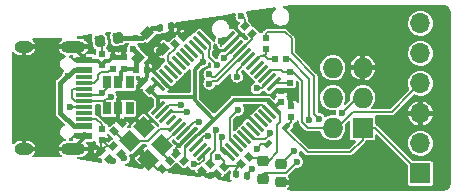
<source format=gtl>
G04 #@! TF.GenerationSoftware,KiCad,Pcbnew,6.0.0-d3dd2cf0fa~116~ubuntu20.04.1*
G04 #@! TF.CreationDate,2022-01-09T18:21:22+01:00*
G04 #@! TF.ProjectId,JEGGER_s-link,4a454747-4552-45f7-932d-6c696e6b2e6b,rev?*
G04 #@! TF.SameCoordinates,Original*
G04 #@! TF.FileFunction,Copper,L1,Top*
G04 #@! TF.FilePolarity,Positive*
%FSLAX46Y46*%
G04 Gerber Fmt 4.6, Leading zero omitted, Abs format (unit mm)*
G04 Created by KiCad (PCBNEW 6.0.0-d3dd2cf0fa~116~ubuntu20.04.1) date 2022-01-09 18:21:22*
%MOMM*%
%LPD*%
G01*
G04 APERTURE LIST*
G04 Aperture macros list*
%AMRoundRect*
0 Rectangle with rounded corners*
0 $1 Rounding radius*
0 $2 $3 $4 $5 $6 $7 $8 $9 X,Y pos of 4 corners*
0 Add a 4 corners polygon primitive as box body*
4,1,4,$2,$3,$4,$5,$6,$7,$8,$9,$2,$3,0*
0 Add four circle primitives for the rounded corners*
1,1,$1+$1,$2,$3*
1,1,$1+$1,$4,$5*
1,1,$1+$1,$6,$7*
1,1,$1+$1,$8,$9*
0 Add four rect primitives between the rounded corners*
20,1,$1+$1,$2,$3,$4,$5,0*
20,1,$1+$1,$4,$5,$6,$7,0*
20,1,$1+$1,$6,$7,$8,$9,0*
20,1,$1+$1,$8,$9,$2,$3,0*%
%AMRotRect*
0 Rectangle, with rotation*
0 The origin of the aperture is its center*
0 $1 length*
0 $2 width*
0 $3 Rotation angle, in degrees counterclockwise*
0 Add horizontal line*
21,1,$1,$2,0,0,$3*%
G04 Aperture macros list end*
G04 #@! TA.AperFunction,SMDPad,CuDef*
%ADD10RotRect,0.500000X0.600000X315.000000*%
G04 #@! TD*
G04 #@! TA.AperFunction,SMDPad,CuDef*
%ADD11R,0.500000X0.600000*%
G04 #@! TD*
G04 #@! TA.AperFunction,SMDPad,CuDef*
%ADD12R,0.600000X0.500000*%
G04 #@! TD*
G04 #@! TA.AperFunction,SMDPad,CuDef*
%ADD13R,1.450000X0.600000*%
G04 #@! TD*
G04 #@! TA.AperFunction,ComponentPad*
%ADD14O,2.100000X1.000000*%
G04 #@! TD*
G04 #@! TA.AperFunction,ComponentPad*
%ADD15O,1.600000X1.000000*%
G04 #@! TD*
G04 #@! TA.AperFunction,SMDPad,CuDef*
%ADD16R,1.450000X0.300000*%
G04 #@! TD*
G04 #@! TA.AperFunction,ComponentPad*
%ADD17O,1.727200X1.727200*%
G04 #@! TD*
G04 #@! TA.AperFunction,ComponentPad*
%ADD18R,1.727200X1.727200*%
G04 #@! TD*
G04 #@! TA.AperFunction,SMDPad,CuDef*
%ADD19RotRect,0.300000X1.475000X45.000000*%
G04 #@! TD*
G04 #@! TA.AperFunction,SMDPad,CuDef*
%ADD20RotRect,1.475000X0.300000X45.000000*%
G04 #@! TD*
G04 #@! TA.AperFunction,SMDPad,CuDef*
%ADD21RotRect,1.000000X0.300000X45.000000*%
G04 #@! TD*
G04 #@! TA.AperFunction,SMDPad,CuDef*
%ADD22RotRect,0.500000X0.600000X8.500000*%
G04 #@! TD*
G04 #@! TA.AperFunction,SMDPad,CuDef*
%ADD23RotRect,0.900000X0.800000X225.000000*%
G04 #@! TD*
G04 #@! TA.AperFunction,SMDPad,CuDef*
%ADD24RotRect,0.500000X0.600000X225.000000*%
G04 #@! TD*
G04 #@! TA.AperFunction,SMDPad,CuDef*
%ADD25RotRect,0.500000X0.600000X45.000000*%
G04 #@! TD*
G04 #@! TA.AperFunction,SMDPad,CuDef*
%ADD26RotRect,0.500000X0.600000X135.000000*%
G04 #@! TD*
G04 #@! TA.AperFunction,SMDPad,CuDef*
%ADD27RotRect,0.500000X0.600000X171.500000*%
G04 #@! TD*
G04 #@! TA.AperFunction,SMDPad,CuDef*
%ADD28RoundRect,0.218750X0.256250X-0.218750X0.256250X0.218750X-0.256250X0.218750X-0.256250X-0.218750X0*%
G04 #@! TD*
G04 #@! TA.AperFunction,SMDPad,CuDef*
%ADD29RotRect,0.600000X0.450000X45.000000*%
G04 #@! TD*
G04 #@! TA.AperFunction,ComponentPad*
%ADD30O,1.700000X1.700000*%
G04 #@! TD*
G04 #@! TA.AperFunction,ComponentPad*
%ADD31R,1.700000X1.700000*%
G04 #@! TD*
G04 #@! TA.AperFunction,SMDPad,CuDef*
%ADD32RotRect,1.400000X1.200000X315.000000*%
G04 #@! TD*
G04 #@! TA.AperFunction,SMDPad,CuDef*
%ADD33R,0.650000X1.060000*%
G04 #@! TD*
G04 #@! TA.AperFunction,SMDPad,CuDef*
%ADD34RoundRect,0.218750X-0.178471X-0.285769X0.254223X-0.221102X0.178471X0.285769X-0.254223X0.221102X0*%
G04 #@! TD*
G04 #@! TA.AperFunction,ViaPad*
%ADD35C,0.600000*%
G04 #@! TD*
G04 #@! TA.AperFunction,Conductor*
%ADD36C,0.300000*%
G04 #@! TD*
G04 #@! TA.AperFunction,Conductor*
%ADD37C,0.127000*%
G04 #@! TD*
G04 #@! TA.AperFunction,Conductor*
%ADD38C,0.200000*%
G04 #@! TD*
G04 #@! TA.AperFunction,Conductor*
%ADD39C,0.400000*%
G04 #@! TD*
G04 APERTURE END LIST*
D10*
X121252340Y-94592340D03*
X120587660Y-93927660D03*
D11*
X123170000Y-96730000D03*
X124110000Y-96730000D03*
D12*
X122360000Y-94950000D03*
X122360000Y-95890000D03*
D13*
X107000000Y-97600000D03*
X107000000Y-102400000D03*
X107000000Y-103200000D03*
X107000000Y-96800000D03*
D14*
X106085000Y-95680000D03*
X106085000Y-104320000D03*
D15*
X101905000Y-95680000D03*
X101905000Y-104320000D03*
D13*
X107000000Y-103200000D03*
X107000000Y-102400000D03*
D16*
X107000000Y-101750000D03*
X107000000Y-101250000D03*
X107000000Y-100750000D03*
X107000000Y-100250000D03*
X107000000Y-99750000D03*
X107000000Y-99250000D03*
X107000000Y-98750000D03*
X107000000Y-98250000D03*
D13*
X107000000Y-97600000D03*
X107000000Y-96800000D03*
D17*
X128060000Y-97460000D03*
X130600000Y-97460000D03*
X128060000Y-100000000D03*
X130600000Y-100000000D03*
X128060000Y-102540000D03*
D18*
X130600000Y-102540000D03*
D19*
X113262124Y-98851212D03*
X113615678Y-98497658D03*
X113969231Y-98144105D03*
X114322785Y-97790551D03*
X114676338Y-97436998D03*
X115029891Y-97083445D03*
X115383445Y-96729891D03*
X115736998Y-96376338D03*
X116090551Y-96022785D03*
X116444105Y-95669231D03*
X116797658Y-95315678D03*
X117151212Y-94962124D03*
D20*
X119148788Y-94962124D03*
X119502342Y-95315678D03*
X119855895Y-95669231D03*
X120209449Y-96022785D03*
X120563002Y-96376338D03*
X120916555Y-96729891D03*
X121270109Y-97083445D03*
X121623662Y-97436998D03*
X121977215Y-97790551D03*
X122330769Y-98144105D03*
X122684322Y-98497658D03*
X123037876Y-98851212D03*
D19*
X123037876Y-100848788D03*
X122684322Y-101202342D03*
X122330769Y-101555895D03*
X121977215Y-101909449D03*
X121623662Y-102263002D03*
X121270109Y-102616555D03*
X120916555Y-102970109D03*
X120563002Y-103323662D03*
X120209449Y-103677215D03*
X119855895Y-104030769D03*
X119502342Y-104384322D03*
X119148788Y-104737876D03*
D20*
X117151212Y-104737876D03*
X116797658Y-104384322D03*
X116444105Y-104030769D03*
X116090551Y-103677215D03*
X115736998Y-103323662D03*
X115383445Y-102970109D03*
X115029891Y-102616555D03*
X114676338Y-102263002D03*
D21*
X114322785Y-101909449D03*
D20*
X113969231Y-101555895D03*
X113615678Y-101202342D03*
X113262124Y-100848788D03*
D22*
X114364837Y-93950000D03*
X113435163Y-94088940D03*
D11*
X112320000Y-97650000D03*
X111380000Y-97650000D03*
D23*
X111592893Y-96607107D03*
X112335355Y-94521142D03*
X113678858Y-95864645D03*
D24*
X118217660Y-106482340D03*
X118882340Y-105817660D03*
X120267660Y-105632340D03*
X120932340Y-104967660D03*
D25*
X115332340Y-94817660D03*
X114667660Y-95482340D03*
D26*
X108417660Y-104517660D03*
X109082340Y-105182340D03*
X109417660Y-104117660D03*
X110082340Y-104782340D03*
D12*
X124450000Y-98720000D03*
X124450000Y-97780000D03*
D27*
X119835163Y-106480530D03*
X120764837Y-106619470D03*
D12*
X124500000Y-101620000D03*
X124500000Y-100680000D03*
D28*
X123650000Y-105562501D03*
X123650000Y-107137501D03*
X122150000Y-105312500D03*
X122150000Y-106887500D03*
D29*
X124092462Y-102457538D03*
X122607538Y-103942462D03*
D12*
X123700000Y-99380000D03*
X123700000Y-100320000D03*
D26*
X111917660Y-98667660D03*
X112582340Y-99332340D03*
D24*
X117017660Y-106232340D03*
X117682340Y-105567660D03*
D30*
X135480000Y-93690000D03*
X135480000Y-96230000D03*
X135480000Y-98770000D03*
X135480000Y-101310000D03*
X135480000Y-103850000D03*
D31*
X135480000Y-106390000D03*
D32*
X112073223Y-102471142D03*
X113628858Y-104026777D03*
X112426777Y-105228858D03*
X110871142Y-103673223D03*
D33*
X109900000Y-98700000D03*
X108950000Y-98700000D03*
X110850000Y-98700000D03*
X110850000Y-100900000D03*
X109900000Y-100900000D03*
X108950000Y-100900000D03*
D12*
X108500000Y-97220000D03*
X108500000Y-96280000D03*
X108500000Y-102630000D03*
X108500000Y-103570000D03*
X109450000Y-97520000D03*
X109450000Y-96580000D03*
D34*
X109878850Y-94933600D03*
X108321150Y-95166400D03*
D24*
X113567660Y-105982340D03*
X114232340Y-105317660D03*
X109517660Y-102832340D03*
X110182340Y-102167660D03*
D26*
X114817660Y-104717660D03*
X115482340Y-105382340D03*
D12*
X110350000Y-96580000D03*
X110350000Y-97520000D03*
D35*
X126000000Y-96100000D03*
X128200000Y-94500000D03*
X133900000Y-107100000D03*
X113350000Y-96200000D03*
X112238316Y-95798981D03*
X115650000Y-94700000D03*
X117800905Y-106543781D03*
X120000000Y-101900000D03*
X121050000Y-100900000D03*
X125100000Y-102800000D03*
X127400000Y-103900000D03*
X129150000Y-103850000D03*
X126400000Y-105300000D03*
X129050000Y-105350000D03*
X131100000Y-104200000D03*
X132450000Y-102250000D03*
X132350000Y-100250000D03*
X129250000Y-98750000D03*
X128350000Y-95850000D03*
X130500000Y-93800000D03*
X133600000Y-92850000D03*
X127200000Y-98700000D03*
X120250000Y-99400000D03*
X120700000Y-98550000D03*
X119300000Y-98750000D03*
X117850000Y-99800000D03*
X115650000Y-99250000D03*
X113100000Y-97000000D03*
X110350000Y-99800000D03*
X111600000Y-99750000D03*
X112000000Y-100850000D03*
X111800000Y-104600000D03*
X118210071Y-96054131D03*
X114800000Y-104600000D03*
X114810000Y-105910000D03*
X111150000Y-95850000D03*
X105619001Y-98119001D03*
X105800000Y-100750000D03*
X108500000Y-99600000D03*
X117600000Y-98000000D03*
X109250000Y-99900000D03*
X117600000Y-98800000D03*
X111400000Y-94900000D03*
X118600000Y-95150000D03*
X117045452Y-96949895D03*
X120318136Y-93084720D03*
X118185473Y-102698668D03*
X116750000Y-102050000D03*
X121650000Y-104300000D03*
X121250000Y-106000000D03*
X126850000Y-101750000D03*
X125050002Y-105400000D03*
X124750000Y-104500000D03*
X126057313Y-101858013D03*
X118250000Y-97200000D03*
X118841961Y-96611854D03*
X118350000Y-105000000D03*
X117522988Y-103262178D03*
X115187317Y-100643337D03*
X110372814Y-105131455D03*
X109427779Y-105324288D03*
X115726664Y-101234204D03*
X120050000Y-101000000D03*
X121600000Y-99201296D03*
X122720738Y-102973559D03*
X128856051Y-101266374D03*
X119950000Y-98200000D03*
X118650000Y-103350000D03*
X116324504Y-105626215D03*
D36*
X107000000Y-103405000D02*
X106085000Y-104320000D01*
X107000000Y-103200000D02*
X107000000Y-103405000D01*
X107000000Y-96595000D02*
X106085000Y-95680000D01*
X107000000Y-96800000D02*
X107000000Y-96595000D01*
D37*
X114364837Y-94253331D02*
X113945085Y-94673083D01*
X114364837Y-93950000D02*
X114364837Y-94253331D01*
X113945085Y-94673083D02*
X113364214Y-94673083D01*
X113364214Y-94673083D02*
X112238316Y-95798981D01*
X115332340Y-94817660D02*
X115532340Y-94817660D01*
X115532340Y-94817660D02*
X115650000Y-94700000D01*
X117267660Y-106482340D02*
X117067660Y-106282340D01*
D38*
X117739464Y-106482340D02*
X117800905Y-106543781D01*
X117632340Y-106482340D02*
X117739464Y-106482340D01*
D37*
X118217660Y-106482340D02*
X117632340Y-106482340D01*
X117632340Y-106482340D02*
X117267660Y-106482340D01*
D38*
X123500000Y-99380000D02*
X123080000Y-99800000D01*
X123550000Y-99380000D02*
X123500000Y-99380000D01*
D37*
X122397295Y-99764806D02*
X120614806Y-99764806D01*
X123080000Y-99800000D02*
X122432489Y-99800000D01*
D38*
X122613628Y-101202342D02*
X122039614Y-100628328D01*
X122039614Y-100628328D02*
X121745936Y-100628328D01*
X121474264Y-100900000D02*
X121050000Y-100900000D01*
X121745936Y-100628328D02*
X121474264Y-100900000D01*
D37*
X122432489Y-99800000D02*
X122397295Y-99764806D01*
D38*
X122684322Y-101202342D02*
X122613628Y-101202342D01*
D37*
X120614806Y-99764806D02*
X120250000Y-99400000D01*
D36*
X108160001Y-96880001D02*
X108500000Y-97220000D01*
X107080001Y-96880001D02*
X108160001Y-96880001D01*
X107000000Y-96800000D02*
X107080001Y-96880001D01*
X109110001Y-96919999D02*
X109450000Y-96580000D01*
X108800001Y-96919999D02*
X109110001Y-96919999D01*
X108500000Y-97220000D02*
X108800001Y-96919999D01*
D37*
X118769667Y-96048353D02*
X118640113Y-96048353D01*
X119502342Y-95315678D02*
X118769667Y-96048353D01*
X118640113Y-96048353D02*
X118634335Y-96054131D01*
X118634335Y-96054131D02*
X118210071Y-96054131D01*
X117017660Y-106232340D02*
X116840883Y-106409117D01*
D36*
X116840883Y-106409117D02*
X116690883Y-106409117D01*
D38*
X115736998Y-103323662D02*
X114817660Y-104243000D01*
X108417660Y-103652340D02*
X108500000Y-103570000D01*
X108417660Y-104517660D02*
X108417660Y-103652340D01*
X108817660Y-104117660D02*
X108417660Y-104517660D01*
X109417660Y-104117660D02*
X108817660Y-104117660D01*
X109047660Y-104117660D02*
X108500000Y-103570000D01*
X109417660Y-104117660D02*
X109047660Y-104117660D01*
X110359117Y-101990883D02*
X110182340Y-102167660D01*
X111578248Y-101976167D02*
X110373833Y-101976167D01*
X110373833Y-101976167D02*
X110359117Y-101990883D01*
X112073223Y-102471142D02*
X111578248Y-101976167D01*
D36*
X109900000Y-101885320D02*
X110182340Y-102167660D01*
X109900000Y-100900000D02*
X109900000Y-101885320D01*
D37*
X114817660Y-104617660D02*
X114800000Y-104600000D01*
X114817660Y-104717660D02*
X114817660Y-104617660D01*
D38*
X114817660Y-104243000D02*
X114800000Y-104600000D01*
X114648741Y-106071259D02*
X114810000Y-105910000D01*
D37*
X116840883Y-106409117D02*
X115309117Y-106409117D01*
X115109999Y-106209999D02*
X114810000Y-105910000D01*
D38*
X113269178Y-106071259D02*
X114648741Y-106071259D01*
X112426777Y-105228858D02*
X113269178Y-106071259D01*
D37*
X115309117Y-106409117D02*
X115109999Y-106209999D01*
D36*
X110100001Y-97769999D02*
X110350000Y-97520000D01*
X110100001Y-98499999D02*
X110100001Y-97769999D01*
X109900000Y-98700000D02*
X110100001Y-98499999D01*
X111250000Y-97520000D02*
X111380000Y-97650000D01*
X110350000Y-97520000D02*
X111250000Y-97520000D01*
D39*
X111380000Y-96820000D02*
X111592893Y-96607107D01*
X111380000Y-97650000D02*
X111380000Y-96820000D01*
X111592893Y-96607107D02*
X111592893Y-96292893D01*
X111592893Y-96292893D02*
X111150000Y-95850000D01*
X104999998Y-98738004D02*
X106138002Y-97600000D01*
X106138002Y-102400000D02*
X104999998Y-101261996D01*
X107000000Y-102400000D02*
X106138002Y-102400000D01*
X106138002Y-97600000D02*
X107000000Y-97600000D01*
X104999998Y-101261996D02*
X104999998Y-98738004D01*
D37*
X110373223Y-103673223D02*
X110871142Y-103673223D01*
X109744472Y-103044472D02*
X110373223Y-103673223D01*
X109517660Y-102832340D02*
X109729792Y-103044472D01*
X109729792Y-103044472D02*
X109744472Y-103044472D01*
X111719670Y-103673223D02*
X110871142Y-103673223D01*
X112426777Y-103673223D02*
X111719670Y-103673223D01*
X114676338Y-102263002D02*
X114306762Y-102632578D01*
X113467422Y-102632578D02*
X112426777Y-103673223D01*
X114306762Y-102632578D02*
X113467422Y-102632578D01*
X115029891Y-102625744D02*
X113628858Y-104026777D01*
X115029891Y-102616555D02*
X115029891Y-102625744D01*
X114232340Y-105305564D02*
X114232340Y-105317660D01*
X113628858Y-104026777D02*
X113628858Y-104702082D01*
X113628858Y-104702082D02*
X114232340Y-105305564D01*
D38*
X108500000Y-95345250D02*
X108321150Y-95166400D01*
X108500000Y-96280000D02*
X108500000Y-95345250D01*
D37*
X108500000Y-102253000D02*
X108500000Y-102630000D01*
X107997000Y-101750000D02*
X108500000Y-102253000D01*
X107000000Y-101750000D02*
X107997000Y-101750000D01*
D38*
X108950000Y-99150000D02*
X108950000Y-98700000D01*
X107000000Y-99750000D02*
X108350000Y-99750000D01*
X108350000Y-99750000D02*
X108950000Y-99150000D01*
X107000000Y-100750000D02*
X105800000Y-100750000D01*
X117800000Y-98200000D02*
X117600000Y-98000000D01*
X118102928Y-98200000D02*
X117800000Y-98200000D01*
X120209449Y-96022785D02*
X120209449Y-96093479D01*
X120209449Y-96093479D02*
X118102928Y-98200000D01*
D37*
X121252340Y-94979894D02*
X120209449Y-96022785D01*
X121252340Y-94592340D02*
X121252340Y-94979894D01*
D38*
X107925000Y-100250000D02*
X107000000Y-100250000D01*
X108300000Y-100250000D02*
X107925000Y-100250000D01*
X107000000Y-99250000D02*
X106075000Y-99250000D01*
X105974999Y-100036995D02*
X106188004Y-100250000D01*
X106075000Y-99250000D02*
X105974999Y-99350001D01*
X105974999Y-99350001D02*
X105974999Y-100036995D01*
X106188004Y-100250000D02*
X107000000Y-100250000D01*
X109050000Y-100100000D02*
X109250000Y-99900000D01*
X108850000Y-100100000D02*
X109050000Y-100100000D01*
X108300000Y-100250000D02*
X108700000Y-100250000D01*
X108700000Y-100250000D02*
X108850000Y-100100000D01*
X108950000Y-100500000D02*
X108700000Y-100250000D01*
X108950000Y-100900000D02*
X108950000Y-100500000D01*
X118268646Y-98600000D02*
X117800000Y-98600000D01*
X120492308Y-96376338D02*
X118268646Y-98600000D01*
X120563002Y-96376338D02*
X120492308Y-96376338D01*
X117800000Y-98600000D02*
X117600000Y-98800000D01*
D37*
X109330000Y-97520000D02*
X109450000Y-97520000D01*
X109050000Y-97800000D02*
X109330000Y-97520000D01*
X107000000Y-98750000D02*
X107852000Y-98750000D01*
X107852000Y-98750000D02*
X108200000Y-98402000D01*
X108200000Y-98402000D02*
X108200000Y-98050000D01*
X108200000Y-98050000D02*
X108450000Y-97800000D01*
X108450000Y-97800000D02*
X109050000Y-97800000D01*
D39*
X111922897Y-94933600D02*
X112335355Y-94521142D01*
D36*
X113262124Y-100012124D02*
X112582340Y-99332340D01*
X113262124Y-100848788D02*
X113262124Y-100012124D01*
X113063468Y-98851212D02*
X112582340Y-99332340D01*
X113262124Y-98851212D02*
X113063468Y-98851212D01*
X123037876Y-100832124D02*
X123550000Y-100320000D01*
X123037876Y-100848788D02*
X123037876Y-100832124D01*
D38*
X115482340Y-105028786D02*
X115482340Y-105382340D01*
X115516538Y-104994588D02*
X115482340Y-105028786D01*
X115516538Y-104251228D02*
X115516538Y-104994588D01*
X116090551Y-103677215D02*
X115516538Y-104251228D01*
D36*
X116769273Y-103053201D02*
X116714565Y-103053201D01*
X118100000Y-101750000D02*
X118072474Y-101750000D01*
X118072474Y-101750000D02*
X116769273Y-103053201D01*
D38*
X116090551Y-103677215D02*
X116714565Y-103053201D01*
D39*
X111400000Y-94900000D02*
X111922897Y-94933600D01*
X109878850Y-94933600D02*
X111400000Y-94900000D01*
D38*
X119148788Y-94962124D02*
X118787876Y-94962124D01*
X118787876Y-94962124D02*
X118600000Y-95150000D01*
X118600000Y-95574264D02*
X118600000Y-95150000D01*
X118600000Y-95581608D02*
X118600000Y-95574264D01*
D37*
X121955160Y-105117660D02*
X122150000Y-105312500D01*
X120832340Y-105117660D02*
X121955160Y-105117660D01*
X122625000Y-105312500D02*
X123350000Y-104587500D01*
X122150000Y-105312500D02*
X122625000Y-105312500D01*
X123350000Y-104587500D02*
X123350000Y-102300000D01*
X123250008Y-100848788D02*
X123037876Y-100848788D01*
X123575389Y-101174169D02*
X123250008Y-100848788D01*
X123575389Y-102074611D02*
X123575389Y-101174169D01*
X123350000Y-102300000D02*
X123575389Y-102074611D01*
D36*
X113367973Y-99906275D02*
X116256275Y-99906275D01*
X113262124Y-100012124D02*
X113367973Y-99906275D01*
X116256275Y-99906275D02*
X116362124Y-100012124D01*
X123550000Y-100320000D02*
X123550000Y-100336664D01*
X123550000Y-100336664D02*
X123037876Y-100848788D01*
X119671683Y-100178317D02*
X118100000Y-101750000D01*
X122226014Y-100178317D02*
X119671683Y-100178317D01*
X122261208Y-100213511D02*
X122226014Y-100178317D01*
X123037876Y-100848788D02*
X123037876Y-100636656D01*
X122614731Y-100213511D02*
X122261208Y-100213511D01*
X123037876Y-100636656D02*
X122614731Y-100213511D01*
D38*
X116444105Y-95669231D02*
X117045452Y-96270578D01*
D36*
X116362124Y-100012124D02*
X116362124Y-97633223D01*
D38*
X117045452Y-96270578D02*
X117045452Y-96525631D01*
D36*
X116362124Y-97633223D02*
X116745453Y-97249894D01*
D38*
X117045452Y-96525631D02*
X117045452Y-96949895D01*
D36*
X116745453Y-97249894D02*
X117045452Y-96949895D01*
X117900000Y-101750000D02*
X118100000Y-101750000D01*
X116362124Y-100012124D02*
X116362124Y-100212124D01*
X116362124Y-100212124D02*
X117900000Y-101750000D01*
D39*
X112767557Y-94088940D02*
X112335355Y-94521142D01*
X113435163Y-94088940D02*
X112767557Y-94088940D01*
D38*
X120587660Y-93927660D02*
X120587660Y-93354244D01*
X120587660Y-93354244D02*
X120318136Y-93084720D01*
D37*
X117732340Y-104741540D02*
X118086498Y-104387382D01*
X118086498Y-104387382D02*
X118086498Y-102797643D01*
X117732340Y-105617660D02*
X117732340Y-104741540D01*
X118086498Y-102797643D02*
X118185473Y-102698668D01*
X115383445Y-102970109D02*
X116303554Y-102050000D01*
X116325736Y-102050000D02*
X116750000Y-102050000D01*
X116303554Y-102050000D02*
X116325736Y-102050000D01*
X131630000Y-102540000D02*
X135480000Y-106390000D01*
X130600000Y-102540000D02*
X131630000Y-102540000D01*
X130600000Y-103530600D02*
X129530600Y-104600000D01*
X130600000Y-102540000D02*
X130600000Y-103530600D01*
X125916726Y-104600000D02*
X124092462Y-102775736D01*
X124092462Y-102775736D02*
X124092462Y-102457538D01*
X129530600Y-104600000D02*
X125916726Y-104600000D01*
X124500000Y-102050000D02*
X124092462Y-102457538D01*
X124500000Y-101620000D02*
X124500000Y-102050000D01*
X122607538Y-103942462D02*
X122007538Y-103942462D01*
X122007538Y-103942462D02*
X121650000Y-104300000D01*
X120950001Y-106299999D02*
X121250000Y-106000000D01*
X120764837Y-106619470D02*
X120764837Y-106485163D01*
X120764837Y-106485163D02*
X120950001Y-106299999D01*
X126500000Y-101400000D02*
X126850000Y-101750000D01*
X126500000Y-98155698D02*
X126500000Y-101400000D01*
X124750003Y-105699999D02*
X125050002Y-105400000D01*
X122250000Y-106350000D02*
X124100002Y-106350000D01*
X124100002Y-106350000D02*
X124750003Y-105699999D01*
X122150000Y-106887500D02*
X122150000Y-106450000D01*
X122150000Y-106450000D02*
X122250000Y-106350000D01*
X122360000Y-94573000D02*
X122360000Y-94950000D01*
X122523261Y-94409739D02*
X122360000Y-94573000D01*
X124003006Y-94409739D02*
X122523261Y-94409739D01*
X124562151Y-94968884D02*
X124003006Y-94409739D01*
X124562151Y-96217849D02*
X124562151Y-94968884D01*
X124562151Y-96217849D02*
X126500000Y-98155698D01*
X124562151Y-96122151D02*
X124562151Y-96217849D01*
X123687499Y-105562501D02*
X123650000Y-105562501D01*
X124750000Y-104500000D02*
X123687499Y-105562501D01*
X126057313Y-101433749D02*
X126057313Y-101858013D01*
X126065523Y-101425539D02*
X126057313Y-101433749D01*
X126065523Y-98368523D02*
X126065523Y-101425539D01*
X124110000Y-96730000D02*
X124427000Y-96730000D01*
X124427000Y-96730000D02*
X126065523Y-98368523D01*
X117950001Y-96900001D02*
X118250000Y-97200000D01*
X117688725Y-95499637D02*
X117688725Y-95840253D01*
X117151212Y-94962124D02*
X117688725Y-95499637D01*
X117688725Y-95840253D02*
X117586498Y-95942480D01*
X117586498Y-95942480D02*
X117586498Y-96536498D01*
X117586498Y-96536498D02*
X117950001Y-96900001D01*
X119141960Y-96311855D02*
X118841961Y-96611854D01*
X119784584Y-95669231D02*
X119141960Y-96311855D01*
X119855895Y-95669231D02*
X119784584Y-95669231D01*
X118500000Y-105000000D02*
X118350000Y-105000000D01*
X118882340Y-105817660D02*
X118882340Y-105382340D01*
X118882340Y-105382340D02*
X118500000Y-105000000D01*
X119835163Y-106480530D02*
X119835163Y-106027199D01*
X118917660Y-105782340D02*
X118882340Y-105817660D01*
X120080022Y-105782340D02*
X118917660Y-105782340D01*
X119835163Y-106027199D02*
X120080022Y-105782340D01*
X116444105Y-104030769D02*
X116444105Y-103981631D01*
X116444105Y-103981631D02*
X117163558Y-103262178D01*
X117163558Y-103262178D02*
X117522988Y-103262178D01*
X123300000Y-96527010D02*
X123334549Y-96527010D01*
X122360000Y-96267000D02*
X122360000Y-95890000D01*
X122177000Y-96450000D02*
X122360000Y-96267000D01*
X122025868Y-96450000D02*
X122177000Y-96450000D01*
X121903554Y-96450000D02*
X122025868Y-96450000D01*
X121270109Y-97083445D02*
X121903554Y-96450000D01*
X122025868Y-96450000D02*
X122320000Y-96450000D01*
X122600000Y-96730000D02*
X123170000Y-96730000D01*
X122320000Y-96450000D02*
X122600000Y-96730000D01*
X123169088Y-98720000D02*
X123037876Y-98851212D01*
X124250000Y-98720000D02*
X123169088Y-98720000D01*
X123823000Y-97780000D02*
X124250000Y-97780000D01*
X123649591Y-97606591D02*
X123823000Y-97780000D01*
X122868283Y-97606591D02*
X123649591Y-97606591D01*
X122330769Y-98144105D02*
X122868283Y-97606591D01*
X128416407Y-102540000D02*
X129756407Y-101200000D01*
X133050000Y-101200000D02*
X134630001Y-99619999D01*
X128060000Y-102540000D02*
X128416407Y-102540000D01*
X129756407Y-101200000D02*
X133050000Y-101200000D01*
X134630001Y-99619999D02*
X135480000Y-98770000D01*
X124250000Y-97780000D02*
X124677000Y-97780000D01*
X126838686Y-102540000D02*
X128060000Y-102540000D01*
X124677000Y-97780000D02*
X125436499Y-98539499D01*
X125436499Y-102061853D02*
X125914646Y-102540000D01*
X125436499Y-98539499D02*
X125436499Y-102061853D01*
X125914646Y-102540000D02*
X126838686Y-102540000D01*
X113615678Y-101202342D02*
X114174683Y-100643337D01*
X114174683Y-100643337D02*
X115187317Y-100643337D01*
X110372814Y-105072814D02*
X110082340Y-104782340D01*
X110372814Y-105131455D02*
X110372814Y-105072814D01*
X109224288Y-105324288D02*
X109082340Y-105182340D01*
X109427779Y-105324288D02*
X109224288Y-105324288D01*
X113969231Y-101555895D02*
X114338806Y-101186320D01*
X114944200Y-101234204D02*
X115302400Y-101234204D01*
X114896316Y-101186320D02*
X114944200Y-101234204D01*
X115302400Y-101234204D02*
X115726664Y-101234204D01*
X114338806Y-101186320D02*
X114896316Y-101186320D01*
X114138824Y-96411176D02*
X114667660Y-95882340D01*
X114667660Y-95882340D02*
X114667660Y-95482340D01*
X114676338Y-97436998D02*
X114138824Y-96899484D01*
X114138824Y-96899484D02*
X114138824Y-96411176D01*
X120050000Y-101000000D02*
X119318382Y-101731618D01*
X119318382Y-103493256D02*
X119855895Y-104030769D01*
X119318382Y-101731618D02*
X119318382Y-103493256D01*
X122684322Y-98497658D02*
X122684322Y-98541238D01*
X122684322Y-98541238D02*
X122024264Y-99201296D01*
X122024264Y-99201296D02*
X121600000Y-99201296D01*
X121454068Y-103507622D02*
X122342378Y-103507622D01*
X120916555Y-102970109D02*
X121454068Y-103507622D01*
X122342378Y-103507622D02*
X122720738Y-103129262D01*
X122720738Y-103129262D02*
X122720738Y-102973559D01*
X130122425Y-100000000D02*
X130600000Y-100000000D01*
X128856051Y-101266374D02*
X130122425Y-100000000D01*
X119950000Y-97696446D02*
X119950000Y-97775736D01*
X119950000Y-97775736D02*
X119950000Y-98200000D01*
X120916555Y-96729891D02*
X119950000Y-97696446D01*
X118611275Y-104412495D02*
X118611275Y-103388725D01*
X119148788Y-104737876D02*
X118936656Y-104737876D01*
X118936656Y-104737876D02*
X118611275Y-104412495D01*
X118611275Y-103388725D02*
X118650000Y-103350000D01*
X117151212Y-105223771D02*
X116748768Y-105626215D01*
X116748768Y-105626215D02*
X116324504Y-105626215D01*
X117151212Y-104737876D02*
X117151212Y-105223771D01*
G04 #@! TA.AperFunction,Conductor*
G36*
X137468227Y-92152518D02*
G01*
X137468778Y-92152645D01*
X137468779Y-92152645D01*
X137479642Y-92155143D01*
X137490514Y-92152683D01*
X137498540Y-92152697D01*
X137509450Y-92153319D01*
X137571972Y-92160363D01*
X137591304Y-92162541D01*
X137612917Y-92167475D01*
X137708109Y-92200784D01*
X137728083Y-92210403D01*
X137813472Y-92264057D01*
X137830804Y-92277878D01*
X137902122Y-92349196D01*
X137915943Y-92366528D01*
X137969597Y-92451917D01*
X137979217Y-92471892D01*
X138012527Y-92567088D01*
X138017459Y-92588699D01*
X138024872Y-92654481D01*
X138026744Y-92671096D01*
X138027367Y-92682356D01*
X138027356Y-92688776D01*
X138024857Y-92699642D01*
X138027559Y-92711583D01*
X138030000Y-92733432D01*
X138030000Y-107266040D01*
X138027482Y-107288227D01*
X138024857Y-107299642D01*
X138027317Y-107310514D01*
X138027303Y-107318540D01*
X138026681Y-107329450D01*
X138017459Y-107411303D01*
X138012525Y-107432917D01*
X137979216Y-107528109D01*
X137969597Y-107548083D01*
X137915943Y-107633472D01*
X137902122Y-107650804D01*
X137830804Y-107722122D01*
X137813472Y-107735943D01*
X137728083Y-107789597D01*
X137708108Y-107799217D01*
X137612912Y-107832527D01*
X137591301Y-107837459D01*
X137567962Y-107840089D01*
X137508897Y-107846744D01*
X137497644Y-107847367D01*
X137491224Y-107847356D01*
X137480358Y-107844857D01*
X137468417Y-107847559D01*
X137446568Y-107850000D01*
X124521655Y-107850000D01*
X124507387Y-107848966D01*
X124496409Y-107847367D01*
X124428380Y-107837459D01*
X124264778Y-107813631D01*
X124209919Y-107786535D01*
X124181465Y-107732368D01*
X124190284Y-107671822D01*
X124209042Y-107645661D01*
X124243743Y-107610960D01*
X124252785Y-107598515D01*
X124305933Y-107494205D01*
X124310688Y-107479570D01*
X124324391Y-107393054D01*
X124325000Y-107385315D01*
X124325000Y-107353181D01*
X124320878Y-107340496D01*
X124316757Y-107337501D01*
X123549000Y-107337501D01*
X123490809Y-107318594D01*
X123454845Y-107269094D01*
X123450000Y-107238501D01*
X123450000Y-107036501D01*
X123468907Y-106978310D01*
X123518407Y-106942346D01*
X123549000Y-106937501D01*
X124309319Y-106937501D01*
X124322004Y-106933379D01*
X124324999Y-106929258D01*
X124324999Y-106889689D01*
X124324390Y-106881947D01*
X124310688Y-106795431D01*
X124305933Y-106780798D01*
X124250507Y-106672017D01*
X124240936Y-106611585D01*
X124268714Y-106557068D01*
X124280960Y-106547017D01*
X124282225Y-106545752D01*
X124290335Y-106540333D01*
X124299648Y-106526395D01*
X124311956Y-106511398D01*
X124895527Y-105927827D01*
X124950044Y-105900050D01*
X124969142Y-105900085D01*
X124969159Y-105899142D01*
X125105447Y-105901641D01*
X125105449Y-105901641D01*
X125112501Y-105901770D01*
X125119304Y-105899915D01*
X125119306Y-105899915D01*
X125211946Y-105874658D01*
X125250819Y-105864060D01*
X125372993Y-105789045D01*
X125378496Y-105782966D01*
X125464470Y-105687982D01*
X125469202Y-105682754D01*
X125531712Y-105553733D01*
X125536035Y-105528043D01*
X125554864Y-105416124D01*
X125554864Y-105416120D01*
X125555498Y-105412354D01*
X125555649Y-105400000D01*
X125535325Y-105258082D01*
X125485083Y-105147579D01*
X125478907Y-105133996D01*
X125478906Y-105133995D01*
X125475986Y-105127572D01*
X125395962Y-105034700D01*
X125387007Y-105024307D01*
X125387006Y-105024306D01*
X125382402Y-105018963D01*
X125262097Y-104940985D01*
X125223981Y-104929586D01*
X125173648Y-104894799D01*
X125153374Y-104837070D01*
X125169273Y-104782789D01*
X125169200Y-104782754D01*
X125169410Y-104782320D01*
X125220695Y-104676468D01*
X125228634Y-104660082D01*
X125231710Y-104653733D01*
X125236033Y-104628043D01*
X125252475Y-104530312D01*
X125280775Y-104476064D01*
X125335556Y-104448812D01*
X125395893Y-104458963D01*
X125420107Y-104476733D01*
X125704772Y-104761398D01*
X125717080Y-104776395D01*
X125726393Y-104790333D01*
X125748436Y-104805062D01*
X125813718Y-104848683D01*
X125916726Y-104869172D01*
X125926288Y-104867270D01*
X125926289Y-104867270D01*
X125933167Y-104865902D01*
X125952480Y-104864000D01*
X129494846Y-104864000D01*
X129514159Y-104865902D01*
X129521037Y-104867270D01*
X129521038Y-104867270D01*
X129530600Y-104869172D01*
X129540162Y-104867270D01*
X129556602Y-104864000D01*
X129633608Y-104848683D01*
X129720933Y-104790333D01*
X129730246Y-104776395D01*
X129742554Y-104761398D01*
X130761398Y-103742554D01*
X130776395Y-103730246D01*
X130790333Y-103720933D01*
X130823698Y-103671000D01*
X130839001Y-103648098D01*
X130887051Y-103610219D01*
X130921316Y-103604100D01*
X131483348Y-103604100D01*
X131509595Y-103598879D01*
X131532266Y-103594370D01*
X131532268Y-103594369D01*
X131541831Y-103592467D01*
X131608152Y-103548152D01*
X131652467Y-103481831D01*
X131655020Y-103469000D01*
X131660824Y-103439817D01*
X131664100Y-103423348D01*
X131664100Y-103186460D01*
X131683007Y-103128269D01*
X131732507Y-103092305D01*
X131793693Y-103092305D01*
X131833104Y-103116456D01*
X134400504Y-105683856D01*
X134428281Y-105738373D01*
X134429500Y-105753860D01*
X134429500Y-107259748D01*
X134430448Y-107264512D01*
X134437507Y-107300000D01*
X134441133Y-107318231D01*
X134485448Y-107384552D01*
X134551769Y-107428867D01*
X134561332Y-107430769D01*
X134561334Y-107430770D01*
X134584005Y-107435279D01*
X134610252Y-107440500D01*
X136349748Y-107440500D01*
X136375995Y-107435279D01*
X136398666Y-107430770D01*
X136398668Y-107430769D01*
X136408231Y-107428867D01*
X136474552Y-107384552D01*
X136518867Y-107318231D01*
X136522494Y-107300000D01*
X136529552Y-107264512D01*
X136530500Y-107259748D01*
X136530500Y-105520252D01*
X136524245Y-105488807D01*
X136520770Y-105471334D01*
X136520769Y-105471332D01*
X136518867Y-105461769D01*
X136474552Y-105395448D01*
X136408231Y-105351133D01*
X136398668Y-105349231D01*
X136398666Y-105349230D01*
X136375995Y-105344721D01*
X136349748Y-105339500D01*
X134843860Y-105339500D01*
X134785669Y-105320593D01*
X134773856Y-105310504D01*
X133298614Y-103835262D01*
X134424520Y-103835262D01*
X134429102Y-103889826D01*
X134441234Y-104034298D01*
X134441759Y-104040553D01*
X134443092Y-104045201D01*
X134443092Y-104045202D01*
X134495730Y-104228771D01*
X134498544Y-104238586D01*
X134592712Y-104421818D01*
X134720677Y-104583270D01*
X134724357Y-104586402D01*
X134724359Y-104586404D01*
X134795295Y-104646775D01*
X134877564Y-104716791D01*
X134881787Y-104719151D01*
X134881791Y-104719154D01*
X134989550Y-104779378D01*
X135057398Y-104817297D01*
X135061996Y-104818791D01*
X135248724Y-104879463D01*
X135248726Y-104879464D01*
X135253329Y-104880959D01*
X135457894Y-104905351D01*
X135462716Y-104904980D01*
X135462719Y-104904980D01*
X135534104Y-104899487D01*
X135663300Y-104889546D01*
X135861725Y-104834145D01*
X135866038Y-104831966D01*
X135866044Y-104831964D01*
X136041289Y-104743441D01*
X136041291Y-104743440D01*
X136045610Y-104741258D01*
X136059720Y-104730234D01*
X136204135Y-104617406D01*
X136204139Y-104617402D01*
X136207951Y-104614424D01*
X136215143Y-104606093D01*
X136277960Y-104533317D01*
X136342564Y-104458472D01*
X136348052Y-104448812D01*
X136441934Y-104283550D01*
X136441935Y-104283547D01*
X136444323Y-104279344D01*
X136446803Y-104271891D01*
X136507824Y-104088454D01*
X136507824Y-104088452D01*
X136509351Y-104083863D01*
X136511640Y-104065748D01*
X136534823Y-103882228D01*
X136535171Y-103879474D01*
X136535583Y-103850000D01*
X136534611Y-103840082D01*
X136515952Y-103649780D01*
X136515951Y-103649776D01*
X136515480Y-103644970D01*
X136508846Y-103622995D01*
X136460059Y-103461408D01*
X136455935Y-103447749D01*
X136359218Y-103265849D01*
X136229011Y-103106200D01*
X136183883Y-103068867D01*
X136074002Y-102977965D01*
X136074000Y-102977964D01*
X136070275Y-102974882D01*
X135915110Y-102890985D01*
X135893309Y-102879197D01*
X135893308Y-102879197D01*
X135889055Y-102876897D01*
X135820524Y-102855683D01*
X135696875Y-102817407D01*
X135696871Y-102817406D01*
X135692254Y-102815977D01*
X135687446Y-102815472D01*
X135687443Y-102815471D01*
X135492185Y-102794949D01*
X135492183Y-102794949D01*
X135487369Y-102794443D01*
X135432965Y-102799394D01*
X135287022Y-102812675D01*
X135287017Y-102812676D01*
X135282203Y-102813114D01*
X135084572Y-102871280D01*
X135080288Y-102873519D01*
X135080287Y-102873520D01*
X135073141Y-102877256D01*
X134902002Y-102966726D01*
X134898231Y-102969758D01*
X134745220Y-103092781D01*
X134745217Y-103092783D01*
X134741447Y-103095815D01*
X134738333Y-103099526D01*
X134738332Y-103099527D01*
X134617422Y-103243622D01*
X134609024Y-103253630D01*
X134606689Y-103257878D01*
X134606688Y-103257879D01*
X134599955Y-103270126D01*
X134509776Y-103434162D01*
X134508313Y-103438775D01*
X134508311Y-103438779D01*
X134458955Y-103594370D01*
X134447484Y-103630532D01*
X134446944Y-103635344D01*
X134446944Y-103635345D01*
X134425230Y-103828935D01*
X134424520Y-103835262D01*
X133298614Y-103835262D01*
X131841954Y-102378602D01*
X131829646Y-102363605D01*
X131820333Y-102349667D01*
X131733008Y-102291317D01*
X131724633Y-102289651D01*
X131678689Y-102250412D01*
X131664100Y-102198684D01*
X131664100Y-101656652D01*
X131657456Y-101623249D01*
X131654370Y-101607734D01*
X131654369Y-101607732D01*
X131652467Y-101598169D01*
X131651167Y-101596223D01*
X131646732Y-101539892D01*
X131656334Y-101524222D01*
X134449065Y-101524222D01*
X134497674Y-101693743D01*
X134501225Y-101702711D01*
X134590919Y-101877236D01*
X134596142Y-101885341D01*
X134718037Y-102039134D01*
X134724720Y-102046055D01*
X134874164Y-102173241D01*
X134882078Y-102178742D01*
X135053373Y-102274475D01*
X135062201Y-102278332D01*
X135248833Y-102338972D01*
X135258247Y-102341042D01*
X135264429Y-102341779D01*
X135277515Y-102339188D01*
X135278955Y-102337633D01*
X135280000Y-102332882D01*
X135280000Y-102328685D01*
X135680000Y-102328685D01*
X135683747Y-102340218D01*
X135694079Y-102340434D01*
X135856882Y-102294978D01*
X135865862Y-102291496D01*
X136041023Y-102203015D01*
X136049155Y-102197854D01*
X136203787Y-102077042D01*
X136210771Y-102070391D01*
X136338990Y-101921848D01*
X136344546Y-101913973D01*
X136441471Y-101743353D01*
X136445392Y-101734546D01*
X136507334Y-101548346D01*
X136509469Y-101538944D01*
X136511161Y-101525557D01*
X136508661Y-101512454D01*
X136507251Y-101511130D01*
X136502196Y-101510000D01*
X135695680Y-101510000D01*
X135682995Y-101514122D01*
X135680000Y-101518243D01*
X135680000Y-102328685D01*
X135280000Y-102328685D01*
X135280000Y-101525680D01*
X135275878Y-101512995D01*
X135271757Y-101510000D01*
X134460667Y-101510000D01*
X134449249Y-101513710D01*
X134449065Y-101524222D01*
X131656334Y-101524222D01*
X131678699Y-101487722D01*
X131735226Y-101464305D01*
X131742997Y-101464000D01*
X133014246Y-101464000D01*
X133033559Y-101465902D01*
X133040437Y-101467270D01*
X133040438Y-101467270D01*
X133050000Y-101469172D01*
X133059562Y-101467270D01*
X133076002Y-101464000D01*
X133112668Y-101456707D01*
X133143443Y-101450586D01*
X133143445Y-101450585D01*
X133153008Y-101448683D01*
X133218290Y-101405062D01*
X133240333Y-101390333D01*
X133249646Y-101376395D01*
X133261954Y-101361398D01*
X133528687Y-101094665D01*
X134447602Y-101094665D01*
X134450233Y-101107483D01*
X134451936Y-101109039D01*
X134456382Y-101110000D01*
X135264320Y-101110000D01*
X135277005Y-101105878D01*
X135280000Y-101101757D01*
X135280000Y-101094320D01*
X135680000Y-101094320D01*
X135684122Y-101107005D01*
X135688243Y-101110000D01*
X136499791Y-101110000D01*
X136512476Y-101105878D01*
X136514049Y-101103713D01*
X136514116Y-101103098D01*
X136513589Y-101100438D01*
X136456869Y-100912572D01*
X136453199Y-100903668D01*
X136361072Y-100730401D01*
X136355740Y-100722376D01*
X136231716Y-100570307D01*
X136224922Y-100563466D01*
X136073721Y-100438381D01*
X136065738Y-100432997D01*
X135893114Y-100339660D01*
X135884243Y-100335931D01*
X135696780Y-100277901D01*
X135693614Y-100277252D01*
X135682548Y-100279604D01*
X135680880Y-100281456D01*
X135680000Y-100285597D01*
X135680000Y-101094320D01*
X135280000Y-101094320D01*
X135280000Y-100289963D01*
X135276327Y-100278659D01*
X135265638Y-100278510D01*
X135089407Y-100330378D01*
X135080466Y-100333991D01*
X134906573Y-100424899D01*
X134898497Y-100430184D01*
X134745571Y-100553140D01*
X134738687Y-100559881D01*
X134612551Y-100710205D01*
X134607104Y-100718159D01*
X134512573Y-100890111D01*
X134508773Y-100898976D01*
X134449439Y-101086021D01*
X134447602Y-101094665D01*
X133528687Y-101094665D01*
X134894541Y-99728811D01*
X134949058Y-99701034D01*
X135012843Y-99712396D01*
X135057398Y-99737297D01*
X135061996Y-99738791D01*
X135248724Y-99799463D01*
X135248726Y-99799464D01*
X135253329Y-99800959D01*
X135457894Y-99825351D01*
X135462716Y-99824980D01*
X135462719Y-99824980D01*
X135530541Y-99819761D01*
X135663300Y-99809546D01*
X135861725Y-99754145D01*
X135866038Y-99751966D01*
X135866044Y-99751964D01*
X136041289Y-99663441D01*
X136041291Y-99663440D01*
X136045610Y-99661258D01*
X136067122Y-99644451D01*
X136204135Y-99537406D01*
X136204139Y-99537402D01*
X136207951Y-99534424D01*
X136221297Y-99518963D01*
X136277341Y-99454034D01*
X136342564Y-99378472D01*
X136344957Y-99374260D01*
X136441934Y-99203550D01*
X136441935Y-99203547D01*
X136444323Y-99199344D01*
X136448049Y-99188145D01*
X136507824Y-99008454D01*
X136507824Y-99008452D01*
X136509351Y-99003863D01*
X136510006Y-98998683D01*
X136530371Y-98837468D01*
X136535171Y-98799474D01*
X136535348Y-98786849D01*
X136535544Y-98772776D01*
X136535583Y-98770000D01*
X136533667Y-98750454D01*
X136515952Y-98569780D01*
X136515951Y-98569776D01*
X136515480Y-98564970D01*
X136510239Y-98547609D01*
X136472025Y-98421042D01*
X136455935Y-98367749D01*
X136359218Y-98185849D01*
X136229011Y-98026200D01*
X136198333Y-98000821D01*
X136074002Y-97897965D01*
X136074000Y-97897964D01*
X136070275Y-97894882D01*
X135929865Y-97818963D01*
X135893309Y-97799197D01*
X135893308Y-97799197D01*
X135889055Y-97796897D01*
X135748216Y-97753300D01*
X135696875Y-97737407D01*
X135696871Y-97737406D01*
X135692254Y-97735977D01*
X135687446Y-97735472D01*
X135687443Y-97735471D01*
X135492185Y-97714949D01*
X135492183Y-97714949D01*
X135487369Y-97714443D01*
X135427354Y-97719905D01*
X135287022Y-97732675D01*
X135287017Y-97732676D01*
X135282203Y-97733114D01*
X135084572Y-97791280D01*
X135080288Y-97793519D01*
X135080287Y-97793520D01*
X135039334Y-97814930D01*
X134902002Y-97886726D01*
X134898231Y-97889758D01*
X134745220Y-98012781D01*
X134745217Y-98012783D01*
X134741447Y-98015815D01*
X134738333Y-98019526D01*
X134738332Y-98019527D01*
X134626872Y-98152360D01*
X134609024Y-98173630D01*
X134606689Y-98177878D01*
X134606688Y-98177879D01*
X134596611Y-98196209D01*
X134509776Y-98354162D01*
X134508313Y-98358775D01*
X134508311Y-98358779D01*
X134459067Y-98514018D01*
X134447484Y-98550532D01*
X134446944Y-98555344D01*
X134446944Y-98555345D01*
X134425681Y-98744915D01*
X134424520Y-98755262D01*
X134431423Y-98837468D01*
X134441162Y-98953439D01*
X134441759Y-98960553D01*
X134443092Y-98965201D01*
X134443092Y-98965202D01*
X134497071Y-99153448D01*
X134498544Y-99158586D01*
X134538356Y-99236051D01*
X134540064Y-99239375D01*
X134549847Y-99299774D01*
X134522016Y-99354632D01*
X132969644Y-100907004D01*
X132915127Y-100934781D01*
X132899640Y-100936000D01*
X131414052Y-100936000D01*
X131355861Y-100917093D01*
X131319897Y-100867593D01*
X131319897Y-100806407D01*
X131339110Y-100772311D01*
X131470566Y-100620018D01*
X131470571Y-100620011D01*
X131473731Y-100616350D01*
X131490359Y-100587079D01*
X131574420Y-100439107D01*
X131574421Y-100439105D01*
X131576808Y-100434903D01*
X131628207Y-100280389D01*
X131641150Y-100241482D01*
X131641150Y-100241480D01*
X131642677Y-100236891D01*
X131643460Y-100230698D01*
X131658705Y-100110015D01*
X131668832Y-100029855D01*
X131669249Y-100000000D01*
X131668979Y-99997250D01*
X131668979Y-99997241D01*
X131657553Y-99880719D01*
X131648885Y-99792315D01*
X131588570Y-99592541D01*
X131523485Y-99470134D01*
X131492873Y-99412561D01*
X131492871Y-99412558D01*
X131490600Y-99408287D01*
X131476019Y-99390408D01*
X131361769Y-99250324D01*
X131361768Y-99250323D01*
X131358708Y-99246571D01*
X131259986Y-99164901D01*
X131201643Y-99116635D01*
X131201641Y-99116634D01*
X131197916Y-99113552D01*
X131031427Y-99023532D01*
X131018605Y-99016599D01*
X131018604Y-99016599D01*
X131014351Y-99014299D01*
X130911887Y-98982581D01*
X130819623Y-98954020D01*
X130819619Y-98954019D01*
X130815002Y-98952590D01*
X130810194Y-98952085D01*
X130810191Y-98952084D01*
X130612281Y-98931283D01*
X130612279Y-98931283D01*
X130607465Y-98930777D01*
X130550304Y-98935979D01*
X130404463Y-98949251D01*
X130404459Y-98949252D01*
X130399643Y-98949690D01*
X130362816Y-98960529D01*
X130204099Y-99007242D01*
X130204096Y-99007243D01*
X130199452Y-99008610D01*
X130014519Y-99105291D01*
X130010750Y-99108321D01*
X130010749Y-99108322D01*
X129855659Y-99233017D01*
X129855657Y-99233019D01*
X129851886Y-99236051D01*
X129848772Y-99239762D01*
X129848771Y-99239763D01*
X129721823Y-99391054D01*
X129717748Y-99395910D01*
X129715412Y-99400158D01*
X129715412Y-99400159D01*
X129685794Y-99454034D01*
X129617215Y-99578778D01*
X129554117Y-99777691D01*
X129544309Y-99865127D01*
X129532057Y-99974359D01*
X129530855Y-99985071D01*
X129537562Y-100064943D01*
X129545071Y-100154363D01*
X129531099Y-100213932D01*
X129516422Y-100232651D01*
X129189771Y-100559302D01*
X129135254Y-100587079D01*
X129074822Y-100577508D01*
X129031557Y-100534243D01*
X129021986Y-100473811D01*
X129032568Y-100443592D01*
X129032447Y-100443538D01*
X129033105Y-100442061D01*
X129033687Y-100440398D01*
X129034418Y-100439112D01*
X129034422Y-100439103D01*
X129036808Y-100434903D01*
X129088207Y-100280389D01*
X129101150Y-100241482D01*
X129101150Y-100241480D01*
X129102677Y-100236891D01*
X129103460Y-100230698D01*
X129118705Y-100110015D01*
X129128832Y-100029855D01*
X129129249Y-100000000D01*
X129128979Y-99997250D01*
X129128979Y-99997241D01*
X129117553Y-99880719D01*
X129108885Y-99792315D01*
X129048570Y-99592541D01*
X128983485Y-99470134D01*
X128952873Y-99412561D01*
X128952871Y-99412558D01*
X128950600Y-99408287D01*
X128936019Y-99390408D01*
X128821769Y-99250324D01*
X128821768Y-99250323D01*
X128818708Y-99246571D01*
X128719986Y-99164901D01*
X128661643Y-99116635D01*
X128661641Y-99116634D01*
X128657916Y-99113552D01*
X128491427Y-99023532D01*
X128478605Y-99016599D01*
X128478604Y-99016599D01*
X128474351Y-99014299D01*
X128371887Y-98982581D01*
X128279623Y-98954020D01*
X128279619Y-98954019D01*
X128275002Y-98952590D01*
X128270194Y-98952085D01*
X128270191Y-98952084D01*
X128072281Y-98931283D01*
X128072279Y-98931283D01*
X128067465Y-98930777D01*
X128010304Y-98935979D01*
X127864463Y-98949251D01*
X127864459Y-98949252D01*
X127859643Y-98949690D01*
X127822816Y-98960529D01*
X127664099Y-99007242D01*
X127664096Y-99007243D01*
X127659452Y-99008610D01*
X127474519Y-99105291D01*
X127470750Y-99108321D01*
X127470749Y-99108322D01*
X127315659Y-99233017D01*
X127315657Y-99233019D01*
X127311886Y-99236051D01*
X127308772Y-99239762D01*
X127308771Y-99239763D01*
X127181823Y-99391054D01*
X127177748Y-99395910D01*
X127175412Y-99400158D01*
X127175412Y-99400159D01*
X127145794Y-99454034D01*
X127077215Y-99578778D01*
X127014117Y-99777691D01*
X127004309Y-99865127D01*
X126992057Y-99974359D01*
X126990855Y-99985071D01*
X126996268Y-100049537D01*
X127007774Y-100186551D01*
X127008317Y-100193020D01*
X127009650Y-100197668D01*
X127009650Y-100197669D01*
X127063905Y-100386878D01*
X127065837Y-100393617D01*
X127161225Y-100579221D01*
X127290847Y-100742763D01*
X127294527Y-100745895D01*
X127294529Y-100745897D01*
X127333457Y-100779027D01*
X127449765Y-100878013D01*
X127453988Y-100880373D01*
X127453992Y-100880376D01*
X127529043Y-100922320D01*
X127631927Y-100979820D01*
X127636525Y-100981314D01*
X127825789Y-101042810D01*
X127825791Y-101042811D01*
X127830394Y-101044306D01*
X128037607Y-101069014D01*
X128042429Y-101068643D01*
X128042432Y-101068643D01*
X128125673Y-101062238D01*
X128245673Y-101053005D01*
X128250336Y-101051703D01*
X128250342Y-101051702D01*
X128310932Y-101060218D01*
X128354944Y-101102721D01*
X128365353Y-101164428D01*
X128350442Y-101260197D01*
X128351357Y-101267194D01*
X128351357Y-101267195D01*
X128366037Y-101379459D01*
X128354835Y-101439610D01*
X128310415Y-101481688D01*
X128257525Y-101490753D01*
X128072281Y-101471283D01*
X128072279Y-101471283D01*
X128067465Y-101470777D01*
X128011172Y-101475900D01*
X127864463Y-101489251D01*
X127864459Y-101489252D01*
X127859643Y-101489690D01*
X127786797Y-101511130D01*
X127664099Y-101547242D01*
X127664096Y-101547243D01*
X127659452Y-101548610D01*
X127611649Y-101573601D01*
X127478805Y-101643050D01*
X127478803Y-101643052D01*
X127474519Y-101645291D01*
X127474336Y-101644942D01*
X127417988Y-101660245D01*
X127360792Y-101638512D01*
X127332712Y-101602340D01*
X127332053Y-101600889D01*
X127298833Y-101527827D01*
X127278905Y-101483996D01*
X127278904Y-101483995D01*
X127275984Y-101477572D01*
X127195197Y-101383814D01*
X127187005Y-101374307D01*
X127187004Y-101374306D01*
X127182400Y-101368963D01*
X127062095Y-101290985D01*
X126924739Y-101249907D01*
X126879800Y-101249632D01*
X126862395Y-101249526D01*
X126804321Y-101230264D01*
X126768660Y-101180545D01*
X126764000Y-101150528D01*
X126764000Y-98191446D01*
X126765902Y-98172133D01*
X126767269Y-98165260D01*
X126769171Y-98155698D01*
X126764000Y-98129700D01*
X126764000Y-98129696D01*
X126748683Y-98052690D01*
X126690333Y-97965365D01*
X126676395Y-97956052D01*
X126661398Y-97943744D01*
X126162725Y-97445071D01*
X126990855Y-97445071D01*
X126996811Y-97516000D01*
X127006528Y-97631710D01*
X127008317Y-97653020D01*
X127009650Y-97657668D01*
X127009650Y-97657669D01*
X127063589Y-97845776D01*
X127065837Y-97853617D01*
X127068052Y-97857927D01*
X127099824Y-97919748D01*
X127161225Y-98039221D01*
X127290847Y-98202763D01*
X127294527Y-98205895D01*
X127294529Y-98205897D01*
X127372907Y-98272602D01*
X127449765Y-98338013D01*
X127453988Y-98340373D01*
X127453992Y-98340376D01*
X127559717Y-98399463D01*
X127631927Y-98439820D01*
X127636525Y-98441314D01*
X127825789Y-98502810D01*
X127825791Y-98502811D01*
X127830394Y-98504306D01*
X128037607Y-98529014D01*
X128042429Y-98528643D01*
X128042432Y-98528643D01*
X128109854Y-98523455D01*
X128245673Y-98513005D01*
X128446667Y-98456886D01*
X128450980Y-98454707D01*
X128450986Y-98454705D01*
X128628611Y-98364980D01*
X128628613Y-98364978D01*
X128632932Y-98362797D01*
X128797375Y-98234320D01*
X128933731Y-98076350D01*
X128949753Y-98048147D01*
X129034420Y-97899107D01*
X129034421Y-97899105D01*
X129036808Y-97894903D01*
X129091838Y-97729476D01*
X129101150Y-97701482D01*
X129101150Y-97701480D01*
X129102677Y-97696891D01*
X129104268Y-97684302D01*
X129105541Y-97674222D01*
X129554918Y-97674222D01*
X129604969Y-97848774D01*
X129608520Y-97857742D01*
X129699435Y-98034642D01*
X129704655Y-98042742D01*
X129828199Y-98198616D01*
X129834897Y-98205553D01*
X129986365Y-98334462D01*
X129994279Y-98339963D01*
X130167901Y-98436996D01*
X130176737Y-98440856D01*
X130365893Y-98502317D01*
X130375310Y-98504388D01*
X130384432Y-98505476D01*
X130397514Y-98502886D01*
X130398956Y-98501328D01*
X130400000Y-98496578D01*
X130400000Y-98492805D01*
X130800000Y-98492805D01*
X130803747Y-98504338D01*
X130814079Y-98504554D01*
X130981824Y-98457718D01*
X130990804Y-98454236D01*
X131168342Y-98364555D01*
X131176480Y-98359390D01*
X131333213Y-98236937D01*
X131340189Y-98230295D01*
X131470155Y-98079726D01*
X131475714Y-98071845D01*
X131573959Y-97898904D01*
X131577875Y-97890109D01*
X131640658Y-97701375D01*
X131642795Y-97691969D01*
X131644868Y-97675556D01*
X131642369Y-97662455D01*
X131640958Y-97661130D01*
X131635903Y-97660000D01*
X130815680Y-97660000D01*
X130802995Y-97664122D01*
X130800000Y-97668243D01*
X130800000Y-98492805D01*
X130400000Y-98492805D01*
X130400000Y-97675680D01*
X130395878Y-97662995D01*
X130391757Y-97660000D01*
X129566520Y-97660000D01*
X129555102Y-97663710D01*
X129554918Y-97674222D01*
X129105541Y-97674222D01*
X129114784Y-97601057D01*
X129128832Y-97489855D01*
X129129249Y-97460000D01*
X129128979Y-97457250D01*
X129128979Y-97457241D01*
X129111624Y-97280252D01*
X129108885Y-97252315D01*
X129106501Y-97244419D01*
X129553866Y-97244419D01*
X129556547Y-97257483D01*
X129558250Y-97259038D01*
X129562698Y-97260000D01*
X130384320Y-97260000D01*
X130397005Y-97255878D01*
X130400000Y-97251757D01*
X130400000Y-97244320D01*
X130800000Y-97244320D01*
X130804122Y-97257005D01*
X130808243Y-97260000D01*
X131633456Y-97260000D01*
X131646141Y-97255878D01*
X131647715Y-97253713D01*
X131647875Y-97252234D01*
X131646994Y-97247781D01*
X131589503Y-97057365D01*
X131585833Y-97048461D01*
X131492454Y-96872839D01*
X131487122Y-96864814D01*
X131361412Y-96710678D01*
X131354618Y-96703837D01*
X131201362Y-96577052D01*
X131193379Y-96571668D01*
X131018410Y-96477062D01*
X131009539Y-96473333D01*
X130819520Y-96414513D01*
X130814274Y-96413436D01*
X130802548Y-96415929D01*
X130800881Y-96417780D01*
X130800000Y-96421925D01*
X130800000Y-97244320D01*
X130400000Y-97244320D01*
X130400000Y-96425840D01*
X130395878Y-96413155D01*
X130394081Y-96411849D01*
X130204288Y-96467708D01*
X130195347Y-96471321D01*
X130019091Y-96563465D01*
X130011015Y-96568749D01*
X129856010Y-96693377D01*
X129849126Y-96700118D01*
X129721280Y-96852479D01*
X129715827Y-96860443D01*
X129620013Y-97034729D01*
X129616213Y-97043593D01*
X129556074Y-97233177D01*
X129554069Y-97242610D01*
X129553866Y-97244419D01*
X129106501Y-97244419D01*
X129048570Y-97052541D01*
X128988138Y-96938886D01*
X128952873Y-96872561D01*
X128952871Y-96872558D01*
X128950600Y-96868287D01*
X128946884Y-96863730D01*
X128821769Y-96710324D01*
X128821768Y-96710323D01*
X128818708Y-96706571D01*
X128712353Y-96618586D01*
X128661643Y-96576635D01*
X128661641Y-96576634D01*
X128657916Y-96573552D01*
X128494906Y-96485413D01*
X128478605Y-96476599D01*
X128478604Y-96476599D01*
X128474351Y-96474299D01*
X128389332Y-96447981D01*
X128279623Y-96414020D01*
X128279619Y-96414019D01*
X128275002Y-96412590D01*
X128270194Y-96412085D01*
X128270191Y-96412084D01*
X128072281Y-96391283D01*
X128072279Y-96391283D01*
X128067465Y-96390777D01*
X127998076Y-96397092D01*
X127864463Y-96409251D01*
X127864459Y-96409252D01*
X127859643Y-96409690D01*
X127806938Y-96425202D01*
X127664099Y-96467242D01*
X127664096Y-96467243D01*
X127659452Y-96468610D01*
X127474519Y-96565291D01*
X127470750Y-96568321D01*
X127470749Y-96568322D01*
X127315659Y-96693017D01*
X127315657Y-96693019D01*
X127311886Y-96696051D01*
X127308772Y-96699762D01*
X127308771Y-96699763D01*
X127195915Y-96834260D01*
X127177748Y-96855910D01*
X127175412Y-96860158D01*
X127175412Y-96860159D01*
X127120210Y-96960570D01*
X127077215Y-97038778D01*
X127014117Y-97237691D01*
X127007476Y-97296894D01*
X126992745Y-97428226D01*
X126990855Y-97445071D01*
X126162725Y-97445071D01*
X124932916Y-96215262D01*
X134424520Y-96215262D01*
X134428233Y-96259474D01*
X134441252Y-96414513D01*
X134441759Y-96420553D01*
X134443092Y-96425201D01*
X134443092Y-96425202D01*
X134495575Y-96608231D01*
X134498544Y-96618586D01*
X134592712Y-96801818D01*
X134720677Y-96963270D01*
X134724357Y-96966402D01*
X134724359Y-96966404D01*
X134837017Y-97062283D01*
X134877564Y-97096791D01*
X134881787Y-97099151D01*
X134881791Y-97099154D01*
X134982518Y-97155448D01*
X135057398Y-97197297D01*
X135061996Y-97198791D01*
X135248724Y-97259463D01*
X135248726Y-97259464D01*
X135253329Y-97260959D01*
X135457894Y-97285351D01*
X135462716Y-97284980D01*
X135462719Y-97284980D01*
X135530541Y-97279761D01*
X135663300Y-97269546D01*
X135861725Y-97214145D01*
X135866038Y-97211966D01*
X135866044Y-97211964D01*
X136041289Y-97123441D01*
X136041291Y-97123440D01*
X136045610Y-97121258D01*
X136049427Y-97118276D01*
X136204135Y-96997406D01*
X136204139Y-96997402D01*
X136207951Y-96994424D01*
X136221539Y-96978683D01*
X136289942Y-96899436D01*
X136342564Y-96838472D01*
X136344957Y-96834260D01*
X136441934Y-96663550D01*
X136441935Y-96663547D01*
X136444323Y-96659344D01*
X136449019Y-96645230D01*
X136507824Y-96468454D01*
X136507824Y-96468452D01*
X136509351Y-96463863D01*
X136510139Y-96457630D01*
X136529860Y-96301518D01*
X136535171Y-96259474D01*
X136535583Y-96230000D01*
X136529912Y-96172162D01*
X136515952Y-96029780D01*
X136515951Y-96029776D01*
X136515480Y-96024970D01*
X136511037Y-96010252D01*
X136472517Y-95882671D01*
X136455935Y-95827749D01*
X136359218Y-95645849D01*
X136229011Y-95486200D01*
X136225282Y-95483115D01*
X136074002Y-95357965D01*
X136074000Y-95357964D01*
X136070275Y-95354882D01*
X135940474Y-95284699D01*
X135893309Y-95259197D01*
X135893308Y-95259197D01*
X135889055Y-95256897D01*
X135769046Y-95219748D01*
X135696875Y-95197407D01*
X135696871Y-95197406D01*
X135692254Y-95195977D01*
X135687446Y-95195472D01*
X135687443Y-95195471D01*
X135492185Y-95174949D01*
X135492183Y-95174949D01*
X135487369Y-95174443D01*
X135431394Y-95179537D01*
X135287022Y-95192675D01*
X135287017Y-95192676D01*
X135282203Y-95193114D01*
X135084572Y-95251280D01*
X135080288Y-95253519D01*
X135080287Y-95253520D01*
X135020648Y-95284699D01*
X134902002Y-95346726D01*
X134898231Y-95349758D01*
X134745220Y-95472781D01*
X134745217Y-95472783D01*
X134741447Y-95475815D01*
X134738333Y-95479526D01*
X134738332Y-95479527D01*
X134620250Y-95620252D01*
X134609024Y-95633630D01*
X134606689Y-95637878D01*
X134606688Y-95637879D01*
X134601171Y-95647914D01*
X134509776Y-95814162D01*
X134508313Y-95818775D01*
X134508311Y-95818779D01*
X134468697Y-95943660D01*
X134447484Y-96010532D01*
X134446944Y-96015344D01*
X134446944Y-96015345D01*
X134425730Y-96204478D01*
X134424520Y-96215262D01*
X124932916Y-96215262D01*
X124855147Y-96137493D01*
X124827370Y-96082976D01*
X124826151Y-96067489D01*
X124826151Y-95004632D01*
X124828053Y-94985319D01*
X124829420Y-94978446D01*
X124831322Y-94968884D01*
X124826151Y-94942886D01*
X124826151Y-94942882D01*
X124810834Y-94865876D01*
X124752484Y-94778551D01*
X124738546Y-94769238D01*
X124723549Y-94756930D01*
X124214960Y-94248341D01*
X124202652Y-94233344D01*
X124193339Y-94219406D01*
X124106014Y-94161056D01*
X124029008Y-94145739D01*
X124003006Y-94140567D01*
X123993444Y-94142469D01*
X123993443Y-94142469D01*
X123986565Y-94143837D01*
X123967252Y-94145739D01*
X122559015Y-94145739D01*
X122539702Y-94143837D01*
X122532824Y-94142469D01*
X122532823Y-94142469D01*
X122523261Y-94140567D01*
X122497259Y-94145739D01*
X122420253Y-94161056D01*
X122332928Y-94219406D01*
X122323615Y-94233344D01*
X122311307Y-94248341D01*
X122198602Y-94361046D01*
X122183605Y-94373354D01*
X122169667Y-94382667D01*
X122154938Y-94404710D01*
X122121720Y-94454424D01*
X122120889Y-94455667D01*
X122072839Y-94493546D01*
X122048278Y-94499188D01*
X122045111Y-94499500D01*
X122040252Y-94499500D01*
X122021729Y-94503184D01*
X121991334Y-94509230D01*
X121991332Y-94509231D01*
X121981769Y-94511133D01*
X121973661Y-94516551D01*
X121973658Y-94516552D01*
X121972181Y-94517539D01*
X121969346Y-94518339D01*
X121964654Y-94520282D01*
X121964424Y-94519727D01*
X121913292Y-94534146D01*
X121855889Y-94512966D01*
X121830160Y-94478975D01*
X121830116Y-94478753D01*
X121824698Y-94470644D01*
X121799688Y-94433214D01*
X121799685Y-94433211D01*
X121796988Y-94429174D01*
X121415506Y-94047692D01*
X121411469Y-94044995D01*
X121411466Y-94044992D01*
X121374034Y-94019981D01*
X121365927Y-94014564D01*
X121287695Y-93999004D01*
X121278132Y-94000906D01*
X121278094Y-94000906D01*
X121219903Y-93981999D01*
X121183939Y-93932499D01*
X121179094Y-93901906D01*
X121179094Y-93901868D01*
X121180996Y-93892305D01*
X121165436Y-93814073D01*
X121156008Y-93799963D01*
X121135008Y-93768534D01*
X121135005Y-93768531D01*
X121132308Y-93764494D01*
X120917156Y-93549342D01*
X120889379Y-93494825D01*
X120888160Y-93479338D01*
X120888160Y-93407751D01*
X120888463Y-93403627D01*
X120890085Y-93398902D01*
X120888230Y-93349494D01*
X120888160Y-93345780D01*
X120888160Y-93326296D01*
X120887335Y-93321864D01*
X120886997Y-93316659D01*
X120886228Y-93296170D01*
X120885885Y-93287035D01*
X120881343Y-93276463D01*
X120874977Y-93255510D01*
X120874543Y-93253178D01*
X120874542Y-93253176D01*
X120872869Y-93244191D01*
X120858889Y-93221512D01*
X120852209Y-93208651D01*
X120844455Y-93190601D01*
X120844452Y-93190597D01*
X120841696Y-93184181D01*
X120837682Y-93179295D01*
X120837404Y-93179017D01*
X120834996Y-93175061D01*
X120820892Y-93115524D01*
X120821934Y-93107169D01*
X120822998Y-93100845D01*
X120822998Y-93100839D01*
X120823632Y-93097074D01*
X120823783Y-93084720D01*
X120803459Y-92942802D01*
X120748186Y-92821235D01*
X120741313Y-92760437D01*
X120771488Y-92707210D01*
X120823983Y-92682302D01*
X122715391Y-92405751D01*
X123147115Y-92342627D01*
X123207429Y-92352916D01*
X123250176Y-92396692D01*
X123259028Y-92457234D01*
X123230604Y-92511416D01*
X123215718Y-92523378D01*
X123164800Y-92556761D01*
X123164797Y-92556763D01*
X123159990Y-92559915D01*
X123156036Y-92564089D01*
X123068991Y-92655977D01*
X123040797Y-92685739D01*
X123019212Y-92722900D01*
X122962095Y-92821235D01*
X122953746Y-92835608D01*
X122934884Y-92897886D01*
X122919115Y-92949952D01*
X122903507Y-93001484D01*
X122892775Y-93174468D01*
X122922126Y-93345282D01*
X122924378Y-93350573D01*
X122924378Y-93350575D01*
X122959192Y-93432392D01*
X122989986Y-93504762D01*
X123092713Y-93644353D01*
X123097095Y-93648075D01*
X123097097Y-93648078D01*
X123177870Y-93716699D01*
X123224799Y-93756568D01*
X123258891Y-93773976D01*
X123374033Y-93832771D01*
X123374036Y-93832772D01*
X123379157Y-93835387D01*
X123384742Y-93836754D01*
X123384743Y-93836754D01*
X123543227Y-93875535D01*
X123543230Y-93875536D01*
X123547507Y-93876582D01*
X123551905Y-93876855D01*
X123551906Y-93876855D01*
X123556920Y-93877166D01*
X123556922Y-93877166D01*
X123558436Y-93877260D01*
X123683400Y-93877260D01*
X123812151Y-93862249D01*
X123827706Y-93856603D01*
X123930401Y-93819326D01*
X123975067Y-93803113D01*
X124120010Y-93708085D01*
X124151103Y-93675262D01*
X134424520Y-93675262D01*
X134424925Y-93680082D01*
X134441338Y-93875535D01*
X134441759Y-93880553D01*
X134443092Y-93885201D01*
X134443092Y-93885202D01*
X134490670Y-94051125D01*
X134498544Y-94078586D01*
X134592712Y-94261818D01*
X134720677Y-94423270D01*
X134724357Y-94426402D01*
X134724359Y-94426404D01*
X134831443Y-94517539D01*
X134877564Y-94556791D01*
X134881787Y-94559151D01*
X134881791Y-94559154D01*
X134961823Y-94603882D01*
X135057398Y-94657297D01*
X135061996Y-94658791D01*
X135248724Y-94719463D01*
X135248726Y-94719464D01*
X135253329Y-94720959D01*
X135457894Y-94745351D01*
X135462716Y-94744980D01*
X135462719Y-94744980D01*
X135530541Y-94739761D01*
X135663300Y-94729546D01*
X135861725Y-94674145D01*
X135866038Y-94671966D01*
X135866044Y-94671964D01*
X136041289Y-94583441D01*
X136041291Y-94583440D01*
X136045610Y-94581258D01*
X136076927Y-94556791D01*
X136204135Y-94457406D01*
X136204139Y-94457402D01*
X136207951Y-94454424D01*
X136216150Y-94444926D01*
X136274565Y-94377250D01*
X136342564Y-94298472D01*
X136344957Y-94294260D01*
X136441934Y-94123550D01*
X136441935Y-94123547D01*
X136444323Y-94119344D01*
X136448030Y-94108203D01*
X136507824Y-93928454D01*
X136507824Y-93928452D01*
X136509351Y-93923863D01*
X136515290Y-93876855D01*
X136534823Y-93722228D01*
X136535171Y-93719474D01*
X136535260Y-93713150D01*
X136535544Y-93692776D01*
X136535583Y-93690000D01*
X136535313Y-93687244D01*
X136515952Y-93489780D01*
X136515951Y-93489776D01*
X136515480Y-93484970D01*
X136503729Y-93446047D01*
X136465947Y-93320909D01*
X136455935Y-93287749D01*
X136359218Y-93105849D01*
X136229011Y-92946200D01*
X136194228Y-92917425D01*
X136074002Y-92817965D01*
X136074000Y-92817964D01*
X136070275Y-92814882D01*
X135919636Y-92733432D01*
X135893309Y-92719197D01*
X135893308Y-92719197D01*
X135889055Y-92716897D01*
X135788400Y-92685739D01*
X135696875Y-92657407D01*
X135696871Y-92657406D01*
X135692254Y-92655977D01*
X135687446Y-92655472D01*
X135687443Y-92655471D01*
X135492185Y-92634949D01*
X135492183Y-92634949D01*
X135487369Y-92634443D01*
X135427354Y-92639905D01*
X135287022Y-92652675D01*
X135287017Y-92652676D01*
X135282203Y-92653114D01*
X135084572Y-92711280D01*
X135080288Y-92713519D01*
X135080287Y-92713520D01*
X135069428Y-92719197D01*
X134902002Y-92806726D01*
X134898231Y-92809758D01*
X134745220Y-92932781D01*
X134745217Y-92932783D01*
X134741447Y-92935815D01*
X134738333Y-92939526D01*
X134738332Y-92939527D01*
X134615812Y-93085541D01*
X134609024Y-93093630D01*
X134606689Y-93097878D01*
X134606688Y-93097879D01*
X134601581Y-93107169D01*
X134509776Y-93274162D01*
X134508313Y-93278775D01*
X134508311Y-93278779D01*
X134470206Y-93398902D01*
X134447484Y-93470532D01*
X134446944Y-93475344D01*
X134446944Y-93475345D01*
X134425475Y-93666750D01*
X134424520Y-93675262D01*
X124151103Y-93675262D01*
X124239203Y-93582261D01*
X124301305Y-93475345D01*
X124323365Y-93437366D01*
X124323365Y-93437365D01*
X124326254Y-93432392D01*
X124370062Y-93287749D01*
X124374826Y-93272021D01*
X124374826Y-93272019D01*
X124376493Y-93266516D01*
X124387225Y-93093532D01*
X124357874Y-92922718D01*
X124323151Y-92841113D01*
X124292265Y-92768528D01*
X124290014Y-92763238D01*
X124222205Y-92671096D01*
X124190696Y-92628279D01*
X124190695Y-92628278D01*
X124187287Y-92623647D01*
X124182905Y-92619925D01*
X124182903Y-92619922D01*
X124059587Y-92515158D01*
X124059586Y-92515157D01*
X124055201Y-92511432D01*
X123957149Y-92461364D01*
X123905967Y-92435229D01*
X123905964Y-92435228D01*
X123900843Y-92432613D01*
X123881869Y-92427970D01*
X123829840Y-92395773D01*
X123806672Y-92339143D01*
X123821215Y-92279711D01*
X123867914Y-92240178D01*
X123891077Y-92233849D01*
X124117218Y-92200784D01*
X124457418Y-92151042D01*
X124471740Y-92150000D01*
X137446040Y-92150000D01*
X137468227Y-92152518D01*
G37*
G04 #@! TD.AperFunction*
G04 #@! TA.AperFunction,Conductor*
G36*
X119361803Y-106142754D02*
G01*
X119405068Y-106186019D01*
X119414771Y-106245596D01*
X119342350Y-106730178D01*
X119345210Y-106789738D01*
X119379236Y-106861880D01*
X119438278Y-106915512D01*
X119447453Y-106918806D01*
X119449395Y-106919973D01*
X119489535Y-106966151D01*
X119494866Y-107027103D01*
X119463352Y-107079549D01*
X119407030Y-107103454D01*
X119384140Y-107102797D01*
X118446484Y-106966234D01*
X118390749Y-106938272D01*
X118004821Y-106552344D01*
X117977044Y-106497827D01*
X117986615Y-106437395D01*
X118004821Y-106412336D01*
X118147656Y-106269501D01*
X118202173Y-106241724D01*
X118262605Y-106251295D01*
X118287664Y-106269501D01*
X118701549Y-106683386D01*
X118713432Y-106689440D01*
X118718463Y-106688644D01*
X118758486Y-106648621D01*
X118764619Y-106641148D01*
X118789547Y-106603840D01*
X118796867Y-106586168D01*
X118808585Y-106527257D01*
X118808585Y-106508094D01*
X118827492Y-106449903D01*
X118876992Y-106413939D01*
X118907585Y-106409094D01*
X118908132Y-106409094D01*
X118917695Y-106410996D01*
X118995927Y-106395436D01*
X119005492Y-106389045D01*
X119041466Y-106365008D01*
X119041469Y-106365005D01*
X119045506Y-106362308D01*
X119246854Y-106160960D01*
X119301371Y-106133183D01*
X119361803Y-106142754D01*
G37*
G04 #@! TD.AperFunction*
G04 #@! TA.AperFunction,Conductor*
G36*
X114877065Y-105477492D02*
G01*
X114914435Y-105510700D01*
X114934992Y-105541466D01*
X114934995Y-105541469D01*
X114937692Y-105545506D01*
X115319174Y-105926988D01*
X115323211Y-105929685D01*
X115323214Y-105929688D01*
X115359608Y-105954005D01*
X115368753Y-105960116D01*
X115446985Y-105975676D01*
X115456548Y-105973774D01*
X115515655Y-105962018D01*
X115515657Y-105962017D01*
X115525216Y-105960116D01*
X115574796Y-105926988D01*
X115705238Y-105796546D01*
X115759755Y-105768769D01*
X115820187Y-105778340D01*
X115865857Y-105826677D01*
X115895224Y-105893418D01*
X115924148Y-105927827D01*
X115982935Y-105997764D01*
X115982938Y-105997766D01*
X115987474Y-106003163D01*
X115993345Y-106007071D01*
X115993346Y-106007072D01*
X116000566Y-106011878D01*
X116106817Y-106082605D01*
X116174788Y-106103840D01*
X116236929Y-106123254D01*
X116236930Y-106123254D01*
X116243661Y-106125357D01*
X116308529Y-106126546D01*
X116331470Y-106126967D01*
X116389304Y-106146938D01*
X116424355Y-106197089D01*
X116426753Y-106206637D01*
X116438452Y-106265456D01*
X116445774Y-106283130D01*
X116470701Y-106320437D01*
X116476834Y-106327910D01*
X116546955Y-106398031D01*
X116558838Y-106404085D01*
X116563868Y-106403289D01*
X116947656Y-106019501D01*
X117002173Y-105991724D01*
X117062605Y-106001295D01*
X117087664Y-106019501D01*
X117501549Y-106433386D01*
X117513432Y-106439440D01*
X117525961Y-106437456D01*
X117586393Y-106447028D01*
X117629657Y-106490292D01*
X117638027Y-106514429D01*
X117645774Y-106533130D01*
X117670701Y-106570437D01*
X117676834Y-106577910D01*
X117789182Y-106690258D01*
X117816959Y-106744775D01*
X117807388Y-106805207D01*
X117764123Y-106848472D01*
X117704910Y-106858228D01*
X117306888Y-106800259D01*
X117252031Y-106773163D01*
X117228367Y-106727426D01*
X117224286Y-106721809D01*
X117028746Y-106526269D01*
X117016863Y-106520215D01*
X117011832Y-106521011D01*
X116840884Y-106691960D01*
X116837502Y-106688578D01*
X116815614Y-106710406D01*
X116756521Y-106720101D01*
X114141564Y-106339249D01*
X114086706Y-106312153D01*
X114058251Y-106257986D01*
X114067070Y-106197440D01*
X114085828Y-106171279D01*
X114108486Y-106148621D01*
X114114619Y-106141148D01*
X114139547Y-106103840D01*
X114146867Y-106086168D01*
X114158585Y-106027257D01*
X114158585Y-106008094D01*
X114177492Y-105949903D01*
X114226992Y-105913939D01*
X114257585Y-105909094D01*
X114258132Y-105909094D01*
X114267695Y-105910996D01*
X114345927Y-105895436D01*
X114358609Y-105886962D01*
X114391466Y-105865008D01*
X114391469Y-105865005D01*
X114395506Y-105862308D01*
X114762116Y-105495698D01*
X114816633Y-105467921D01*
X114877065Y-105477492D01*
G37*
G04 #@! TD.AperFunction*
G04 #@! TA.AperFunction,Conductor*
G36*
X112287701Y-103956130D02*
G01*
X112323665Y-104005630D01*
X112323665Y-104066816D01*
X112287701Y-104116316D01*
X112273326Y-104124366D01*
X112232619Y-104151566D01*
X112225134Y-104157709D01*
X111942891Y-104439953D01*
X111936835Y-104451839D01*
X111937631Y-104456869D01*
X112639616Y-105158854D01*
X112667393Y-105213371D01*
X112657822Y-105273803D01*
X112639616Y-105298862D01*
X112013600Y-105924878D01*
X111996287Y-105958857D01*
X111953022Y-106002121D01*
X111893809Y-106011878D01*
X111833972Y-106003163D01*
X111710748Y-105985216D01*
X110508129Y-105810062D01*
X110453271Y-105782966D01*
X110424816Y-105728799D01*
X110433635Y-105668253D01*
X110476357Y-105624453D01*
X110496354Y-105616583D01*
X110573631Y-105595515D01*
X110695805Y-105520500D01*
X110703217Y-105512312D01*
X110787282Y-105419437D01*
X110792014Y-105414209D01*
X110854524Y-105285188D01*
X110856275Y-105274784D01*
X110874289Y-105167709D01*
X111305522Y-105167709D01*
X111317240Y-105226620D01*
X111324560Y-105244292D01*
X111349488Y-105281600D01*
X111355621Y-105289073D01*
X111708584Y-105642036D01*
X111720467Y-105648090D01*
X111725498Y-105647294D01*
X112132848Y-105239944D01*
X112138902Y-105228061D01*
X112138106Y-105223030D01*
X111660046Y-104744970D01*
X111648163Y-104738916D01*
X111643131Y-104739712D01*
X111355628Y-105027215D01*
X111349485Y-105034700D01*
X111324561Y-105072002D01*
X111317240Y-105089676D01*
X111305522Y-105148585D01*
X111305522Y-105167709D01*
X110874289Y-105167709D01*
X110877676Y-105147579D01*
X110877676Y-105147575D01*
X110878310Y-105143809D01*
X110878461Y-105131455D01*
X110858137Y-104989537D01*
X110833324Y-104934963D01*
X110826451Y-104874164D01*
X110856627Y-104820938D01*
X110912325Y-104795614D01*
X110923446Y-104794987D01*
X110932290Y-104794987D01*
X110941853Y-104796889D01*
X110951416Y-104794987D01*
X111010523Y-104783231D01*
X111010525Y-104783230D01*
X111020084Y-104781329D01*
X111069664Y-104748201D01*
X111851646Y-103966219D01*
X111906163Y-103938442D01*
X111921650Y-103937223D01*
X112229510Y-103937223D01*
X112287701Y-103956130D01*
G37*
G04 #@! TD.AperFunction*
G04 #@! TA.AperFunction,Conductor*
G36*
X107643358Y-94628602D02*
G01*
X107686105Y-94672378D01*
X107694957Y-94732920D01*
X107689547Y-94749007D01*
X107690412Y-94749296D01*
X107648272Y-94875240D01*
X107647405Y-94974634D01*
X107647979Y-94978474D01*
X107647979Y-94978476D01*
X107729142Y-95521551D01*
X107732911Y-95546771D01*
X107739322Y-95567103D01*
X107759126Y-95629915D01*
X107762800Y-95641569D01*
X107839922Y-95749688D01*
X107946677Y-95828683D01*
X107954068Y-95831156D01*
X107960976Y-95834752D01*
X107959663Y-95837275D01*
X107998369Y-95865905D01*
X108016778Y-95924255D01*
X108011205Y-95951661D01*
X108011133Y-95951769D01*
X107999500Y-96010252D01*
X107999500Y-96257661D01*
X107980593Y-96315852D01*
X107931093Y-96351816D01*
X107869907Y-96351816D01*
X107845498Y-96339976D01*
X107811144Y-96317021D01*
X107793474Y-96309702D01*
X107749462Y-96300948D01*
X107739840Y-96300000D01*
X107240982Y-96300000D01*
X107182791Y-96281093D01*
X107170562Y-96264261D01*
X107195923Y-96301163D01*
X107200000Y-96329280D01*
X107200000Y-96901000D01*
X107181093Y-96959191D01*
X107131593Y-96995155D01*
X107101000Y-97000000D01*
X106198503Y-97000000D01*
X106140312Y-96981093D01*
X106107039Y-96938886D01*
X106060181Y-96825760D01*
X106060179Y-96825756D01*
X106057698Y-96819767D01*
X106053752Y-96814625D01*
X106053750Y-96814621D01*
X106019720Y-96770273D01*
X106011275Y-96759267D01*
X105990851Y-96701592D01*
X105998132Y-96677011D01*
X105945407Y-96677011D01*
X105915732Y-96661398D01*
X105850379Y-96611250D01*
X105850375Y-96611248D01*
X105845233Y-96607302D01*
X105839244Y-96604821D01*
X105839240Y-96604819D01*
X105756299Y-96570464D01*
X105709773Y-96530727D01*
X105695490Y-96471232D01*
X105718905Y-96414704D01*
X105771074Y-96382735D01*
X105794185Y-96380000D01*
X105976128Y-96380000D01*
X106034319Y-96398907D01*
X106070283Y-96448407D01*
X106073743Y-96480302D01*
X106075000Y-96480302D01*
X106075000Y-96582856D01*
X106068224Y-96603711D01*
X106089817Y-96600000D01*
X106784320Y-96600000D01*
X106797005Y-96595878D01*
X106800000Y-96591757D01*
X106800000Y-96359000D01*
X106818907Y-96300809D01*
X106868407Y-96264845D01*
X106899000Y-96260000D01*
X107012000Y-96260000D01*
X107039391Y-96251495D01*
X107044926Y-96247691D01*
X107103592Y-96230314D01*
X107160553Y-96250485D01*
X107146827Y-96231593D01*
X107146827Y-96170407D01*
X107167065Y-96135142D01*
X107210058Y-96086888D01*
X107216817Y-96077163D01*
X107290512Y-95937976D01*
X107294761Y-95926907D01*
X107302723Y-95895209D01*
X107301868Y-95882671D01*
X107292586Y-95880000D01*
X104878770Y-95880000D01*
X104866656Y-95883936D01*
X104866287Y-95893317D01*
X104872690Y-95919987D01*
X104876822Y-95931096D01*
X104949053Y-96071042D01*
X104955716Y-96080846D01*
X105059248Y-96199527D01*
X105068048Y-96207451D01*
X105196906Y-96298014D01*
X105207344Y-96303610D01*
X105354078Y-96360820D01*
X105365556Y-96363767D01*
X105368905Y-96364208D01*
X105370808Y-96365116D01*
X105371339Y-96365252D01*
X105371312Y-96365356D01*
X105424131Y-96390548D01*
X105453327Y-96444318D01*
X105445342Y-96504980D01*
X105403225Y-96549363D01*
X105393871Y-96553825D01*
X105270760Y-96604819D01*
X105270756Y-96604821D01*
X105264767Y-96607302D01*
X105259625Y-96611248D01*
X105259621Y-96611250D01*
X105173921Y-96677011D01*
X105144549Y-96699549D01*
X105140598Y-96704698D01*
X105056250Y-96814621D01*
X105056248Y-96814625D01*
X105052302Y-96819767D01*
X105049821Y-96825756D01*
X105049819Y-96825760D01*
X104998401Y-96949895D01*
X104994313Y-96959764D01*
X104974534Y-97110000D01*
X104994313Y-97260236D01*
X104996797Y-97266233D01*
X105049819Y-97394240D01*
X105049821Y-97394244D01*
X105052302Y-97400233D01*
X105056248Y-97405375D01*
X105056250Y-97405379D01*
X105103690Y-97467203D01*
X105144549Y-97520451D01*
X105149698Y-97524402D01*
X105260239Y-97609224D01*
X105294894Y-97659649D01*
X105293292Y-97720813D01*
X105274175Y-97753300D01*
X105201045Y-97836104D01*
X105201043Y-97836106D01*
X105196378Y-97841389D01*
X105193382Y-97847771D01*
X105193381Y-97847772D01*
X105179940Y-97876400D01*
X105135448Y-97971164D01*
X105128968Y-98012781D01*
X105128433Y-98016220D01*
X105100616Y-98070993D01*
X104694514Y-98477095D01*
X104694511Y-98477099D01*
X104671948Y-98499662D01*
X104660996Y-98521158D01*
X104652882Y-98534397D01*
X104638702Y-98553914D01*
X104636294Y-98561325D01*
X104631246Y-98576861D01*
X104625303Y-98591207D01*
X104614352Y-98612700D01*
X104613134Y-98620393D01*
X104613133Y-98620395D01*
X104610579Y-98636523D01*
X104606954Y-98651624D01*
X104599498Y-98674571D01*
X104599498Y-101325429D01*
X104606953Y-101348371D01*
X104610579Y-101363477D01*
X104612626Y-101376399D01*
X104614352Y-101387300D01*
X104625303Y-101408793D01*
X104631246Y-101423139D01*
X104638702Y-101446086D01*
X104643283Y-101452391D01*
X104652881Y-101465601D01*
X104660996Y-101478842D01*
X104671948Y-101500338D01*
X104694511Y-101522901D01*
X104694514Y-101522905D01*
X105367990Y-102196381D01*
X105395767Y-102250898D01*
X105386196Y-102311330D01*
X105342931Y-102354595D01*
X105335872Y-102357849D01*
X105270760Y-102384819D01*
X105270756Y-102384821D01*
X105264767Y-102387302D01*
X105259625Y-102391248D01*
X105259621Y-102391250D01*
X105164437Y-102464288D01*
X105144549Y-102479549D01*
X105140598Y-102484698D01*
X105056250Y-102594621D01*
X105056248Y-102594625D01*
X105052302Y-102599767D01*
X105049821Y-102605756D01*
X105049819Y-102605760D01*
X104996797Y-102733767D01*
X104994313Y-102739764D01*
X104974534Y-102890000D01*
X104975381Y-102896434D01*
X104975817Y-102899748D01*
X104994313Y-103040236D01*
X104996797Y-103046233D01*
X105049819Y-103174240D01*
X105049821Y-103174244D01*
X105052302Y-103180233D01*
X105056248Y-103185375D01*
X105056250Y-103185379D01*
X105130976Y-103282763D01*
X105144549Y-103300451D01*
X105149698Y-103304402D01*
X105259621Y-103388750D01*
X105259625Y-103388752D01*
X105264767Y-103392698D01*
X105270756Y-103395179D01*
X105270760Y-103395181D01*
X105392395Y-103445564D01*
X105438921Y-103485301D01*
X105453204Y-103544796D01*
X105429789Y-103601324D01*
X105378121Y-103633171D01*
X105361218Y-103637322D01*
X105213892Y-103692993D01*
X105203394Y-103698482D01*
X105073599Y-103787686D01*
X105064712Y-103795522D01*
X104959942Y-103913113D01*
X104953183Y-103922837D01*
X104879488Y-104062024D01*
X104875239Y-104073093D01*
X104867277Y-104104791D01*
X104868132Y-104117329D01*
X104877414Y-104120000D01*
X107291230Y-104120000D01*
X107303344Y-104116064D01*
X107303713Y-104106683D01*
X107297310Y-104080013D01*
X107293178Y-104068904D01*
X107220947Y-103928958D01*
X107214284Y-103919154D01*
X107166240Y-103864080D01*
X107142235Y-103807801D01*
X107155895Y-103748159D01*
X107202002Y-103707938D01*
X107240843Y-103700000D01*
X107739840Y-103700000D01*
X107749462Y-103699052D01*
X107793474Y-103690298D01*
X107811144Y-103682979D01*
X107845998Y-103659690D01*
X107904887Y-103643081D01*
X107962290Y-103664259D01*
X107996283Y-103715132D01*
X108000000Y-103742005D01*
X108000000Y-103834840D01*
X108000948Y-103844462D01*
X108009702Y-103888474D01*
X108017021Y-103906142D01*
X108050389Y-103956082D01*
X108063918Y-103969611D01*
X108113858Y-104002979D01*
X108131526Y-104010298D01*
X108180302Y-104020000D01*
X108179924Y-104021901D01*
X108228849Y-104043312D01*
X108243168Y-104059112D01*
X108246391Y-104063548D01*
X108630499Y-104447656D01*
X108658276Y-104502173D01*
X108648705Y-104562605D01*
X108630499Y-104587664D01*
X108216614Y-105001549D01*
X108210560Y-105013432D01*
X108211356Y-105018463D01*
X108251379Y-105058486D01*
X108258852Y-105064619D01*
X108296160Y-105089547D01*
X108313832Y-105096867D01*
X108372743Y-105108585D01*
X108391906Y-105108585D01*
X108450097Y-105127492D01*
X108486061Y-105176992D01*
X108490906Y-105207585D01*
X108490906Y-105208132D01*
X108489004Y-105217695D01*
X108504564Y-105295927D01*
X108537692Y-105345506D01*
X108541124Y-105348938D01*
X108541732Y-105349679D01*
X108564029Y-105406657D01*
X108548576Y-105465859D01*
X108501276Y-105504672D01*
X108450934Y-105510445D01*
X106435888Y-105216966D01*
X106381030Y-105189870D01*
X106352575Y-105135703D01*
X106361394Y-105075157D01*
X106404116Y-105031357D01*
X106450156Y-105020000D01*
X106674495Y-105020000D01*
X106680451Y-105019641D01*
X106797273Y-105005504D01*
X106808783Y-105002677D01*
X106956108Y-104947007D01*
X106966606Y-104941518D01*
X107096401Y-104852314D01*
X107105288Y-104844478D01*
X107210058Y-104726887D01*
X107216817Y-104717163D01*
X107290512Y-104577976D01*
X107294761Y-104566907D01*
X107295849Y-104562577D01*
X107826735Y-104562577D01*
X107838453Y-104621488D01*
X107845773Y-104639160D01*
X107870701Y-104676468D01*
X107876834Y-104683941D01*
X107911599Y-104718706D01*
X107923482Y-104724760D01*
X107928513Y-104723964D01*
X108123731Y-104528746D01*
X108129785Y-104516863D01*
X108128989Y-104511832D01*
X107969127Y-104351970D01*
X107957244Y-104345916D01*
X107952212Y-104346712D01*
X107876841Y-104422083D01*
X107870698Y-104429568D01*
X107845774Y-104466870D01*
X107838453Y-104484544D01*
X107826735Y-104543453D01*
X107826735Y-104562577D01*
X107295849Y-104562577D01*
X107302723Y-104535209D01*
X107301868Y-104522671D01*
X107292586Y-104520000D01*
X104878770Y-104520000D01*
X104866656Y-104523936D01*
X104866287Y-104533317D01*
X104872690Y-104559987D01*
X104876822Y-104571096D01*
X104949053Y-104711042D01*
X104955716Y-104720846D01*
X105059248Y-104839527D01*
X105068048Y-104847451D01*
X105100136Y-104870003D01*
X105136873Y-104918932D01*
X105137833Y-104980110D01*
X105102651Y-105030169D01*
X105043210Y-105050000D01*
X102697598Y-105050000D01*
X102639407Y-105031093D01*
X102603443Y-104981593D01*
X102603443Y-104920407D01*
X102641524Y-104869412D01*
X102666395Y-104852318D01*
X102675288Y-104844478D01*
X102780058Y-104726887D01*
X102786817Y-104717163D01*
X102860512Y-104577976D01*
X102864761Y-104566907D01*
X102872723Y-104535209D01*
X102871868Y-104522671D01*
X102862586Y-104520000D01*
X101804000Y-104520000D01*
X101745809Y-104501093D01*
X101709845Y-104451593D01*
X101705000Y-104421000D01*
X101705000Y-104104320D01*
X102105000Y-104104320D01*
X102109122Y-104117005D01*
X102113243Y-104120000D01*
X102861230Y-104120000D01*
X102873344Y-104116064D01*
X102873713Y-104106683D01*
X102867310Y-104080013D01*
X102863178Y-104068904D01*
X102790947Y-103928958D01*
X102784284Y-103919154D01*
X102680752Y-103800473D01*
X102671952Y-103792549D01*
X102543094Y-103701986D01*
X102532656Y-103696390D01*
X102385922Y-103639180D01*
X102374445Y-103636233D01*
X102254352Y-103620423D01*
X102247898Y-103620000D01*
X102120680Y-103620000D01*
X102107995Y-103624122D01*
X102105000Y-103628243D01*
X102105000Y-104104320D01*
X101705000Y-104104320D01*
X101705000Y-103635680D01*
X101700878Y-103622995D01*
X101696757Y-103620000D01*
X101565505Y-103620000D01*
X101559549Y-103620359D01*
X101442727Y-103634496D01*
X101431217Y-103637323D01*
X101283892Y-103692993D01*
X101273394Y-103698482D01*
X101143599Y-103787686D01*
X101134712Y-103795522D01*
X101047917Y-103892938D01*
X100995090Y-103923808D01*
X100934207Y-103917731D01*
X100888524Y-103877028D01*
X100875000Y-103827080D01*
X100875000Y-96172162D01*
X100893907Y-96113971D01*
X100943407Y-96078007D01*
X101004593Y-96078007D01*
X101048603Y-96107082D01*
X101129248Y-96199527D01*
X101138048Y-96207451D01*
X101266906Y-96298014D01*
X101277344Y-96303610D01*
X101424078Y-96360820D01*
X101435555Y-96363767D01*
X101555648Y-96379577D01*
X101562102Y-96380000D01*
X101689320Y-96380000D01*
X101702005Y-96375878D01*
X101705000Y-96371757D01*
X101705000Y-96364320D01*
X102105000Y-96364320D01*
X102109122Y-96377005D01*
X102113243Y-96380000D01*
X102244495Y-96380000D01*
X102250451Y-96379641D01*
X102367273Y-96365504D01*
X102378783Y-96362677D01*
X102526108Y-96307007D01*
X102536606Y-96301518D01*
X102666401Y-96212314D01*
X102675288Y-96204478D01*
X102780058Y-96086887D01*
X102786817Y-96077163D01*
X102860512Y-95937976D01*
X102864761Y-95926907D01*
X102872723Y-95895209D01*
X102871868Y-95882671D01*
X102862586Y-95880000D01*
X102120680Y-95880000D01*
X102107995Y-95884122D01*
X102105000Y-95888243D01*
X102105000Y-96364320D01*
X101705000Y-96364320D01*
X101705000Y-95579000D01*
X101723907Y-95520809D01*
X101773407Y-95484845D01*
X101804000Y-95480000D01*
X102861230Y-95480000D01*
X102873344Y-95476064D01*
X102873713Y-95466683D01*
X102867310Y-95440013D01*
X102863178Y-95428904D01*
X102790947Y-95288958D01*
X102784284Y-95279154D01*
X102680752Y-95160473D01*
X102671952Y-95152549D01*
X102639864Y-95129997D01*
X102603127Y-95081068D01*
X102602167Y-95019890D01*
X102637349Y-94969831D01*
X102696790Y-94950000D01*
X105042402Y-94950000D01*
X105100593Y-94968907D01*
X105136557Y-95018407D01*
X105136557Y-95079593D01*
X105098476Y-95130588D01*
X105073605Y-95147682D01*
X105064712Y-95155522D01*
X104959942Y-95273113D01*
X104953183Y-95282837D01*
X104879488Y-95422024D01*
X104875239Y-95433093D01*
X104867277Y-95464791D01*
X104868132Y-95477329D01*
X104877414Y-95480000D01*
X107291230Y-95480000D01*
X107303344Y-95476064D01*
X107303713Y-95466683D01*
X107297310Y-95440013D01*
X107293178Y-95428904D01*
X107220947Y-95288958D01*
X107214284Y-95279154D01*
X107110752Y-95160473D01*
X107101952Y-95152549D01*
X106973094Y-95061986D01*
X106962656Y-95056390D01*
X106815922Y-94999180D01*
X106804445Y-94996233D01*
X106684352Y-94980423D01*
X106677898Y-94980000D01*
X106470739Y-94980000D01*
X106412548Y-94961093D01*
X106376584Y-94911593D01*
X106376584Y-94850407D01*
X106412548Y-94800907D01*
X106456416Y-94783042D01*
X106635003Y-94756930D01*
X107583045Y-94618313D01*
X107643358Y-94628602D01*
G37*
G04 #@! TD.AperFunction*
G04 #@! TA.AperFunction,Conductor*
G36*
X125137793Y-101922358D02*
G01*
X125169763Y-101974526D01*
X125172499Y-101997639D01*
X125172499Y-102026099D01*
X125170597Y-102045412D01*
X125169305Y-102051910D01*
X125167327Y-102061853D01*
X125169229Y-102071415D01*
X125185789Y-102154668D01*
X125187816Y-102164861D01*
X125217213Y-102208855D01*
X125246166Y-102252186D01*
X125260104Y-102261499D01*
X125275101Y-102273807D01*
X125702692Y-102701398D01*
X125715000Y-102716395D01*
X125724313Y-102730333D01*
X125746356Y-102745062D01*
X125811638Y-102788683D01*
X125914646Y-102809172D01*
X125924208Y-102807270D01*
X125924209Y-102807270D01*
X125931087Y-102805902D01*
X125950400Y-102804000D01*
X126954068Y-102804000D01*
X127012259Y-102822907D01*
X127049233Y-102875712D01*
X127063624Y-102925898D01*
X127065837Y-102933617D01*
X127068052Y-102937927D01*
X127072947Y-102947452D01*
X127161225Y-103119221D01*
X127290847Y-103282763D01*
X127294527Y-103285895D01*
X127294529Y-103285897D01*
X127384660Y-103362604D01*
X127449765Y-103418013D01*
X127453988Y-103420373D01*
X127453992Y-103420376D01*
X127531630Y-103463766D01*
X127631927Y-103519820D01*
X127636525Y-103521314D01*
X127825789Y-103582810D01*
X127825791Y-103582811D01*
X127830394Y-103584306D01*
X128037607Y-103609014D01*
X128042429Y-103608643D01*
X128042432Y-103608643D01*
X128113794Y-103603152D01*
X128245673Y-103593005D01*
X128446667Y-103536886D01*
X128450980Y-103534707D01*
X128450986Y-103534705D01*
X128628611Y-103444980D01*
X128628613Y-103444978D01*
X128632932Y-103442797D01*
X128797375Y-103314320D01*
X128933731Y-103156350D01*
X128949683Y-103128269D01*
X129034420Y-102979107D01*
X129034421Y-102979105D01*
X129036808Y-102974903D01*
X129092571Y-102807270D01*
X129101150Y-102781482D01*
X129101150Y-102781480D01*
X129102677Y-102776891D01*
X129104548Y-102762085D01*
X129117339Y-102660831D01*
X129128832Y-102569855D01*
X129128918Y-102563734D01*
X129129089Y-102551459D01*
X129129249Y-102540000D01*
X129128979Y-102537250D01*
X129128979Y-102537241D01*
X129114626Y-102390869D01*
X129108885Y-102332315D01*
X129100167Y-102303439D01*
X129101449Y-102242267D01*
X129124938Y-102204821D01*
X129366896Y-101962863D01*
X129421413Y-101935086D01*
X129481845Y-101944657D01*
X129525110Y-101987922D01*
X129535900Y-102032867D01*
X129535900Y-103423348D01*
X129539176Y-103439817D01*
X129544981Y-103469000D01*
X129547533Y-103481831D01*
X129591848Y-103548152D01*
X129658169Y-103592467D01*
X129667732Y-103594369D01*
X129667734Y-103594370D01*
X129690405Y-103598879D01*
X129716652Y-103604100D01*
X129914140Y-103604100D01*
X129972331Y-103623007D01*
X130008295Y-103672507D01*
X130008295Y-103733693D01*
X129984144Y-103773104D01*
X129450244Y-104307004D01*
X129395727Y-104334781D01*
X129380240Y-104336000D01*
X126067086Y-104336000D01*
X126008895Y-104317093D01*
X125997082Y-104307004D01*
X124490917Y-102800839D01*
X124463140Y-102746322D01*
X124472711Y-102685890D01*
X124490917Y-102660831D01*
X124619432Y-102532316D01*
X124652560Y-102482736D01*
X124654472Y-102473127D01*
X124666218Y-102414068D01*
X124668120Y-102404505D01*
X124654445Y-102335752D01*
X124661637Y-102274992D01*
X124681539Y-102246436D01*
X124682223Y-102245752D01*
X124690333Y-102240333D01*
X124695752Y-102232223D01*
X124695754Y-102232221D01*
X124705058Y-102218297D01*
X124705063Y-102218290D01*
X124719702Y-102196381D01*
X124748683Y-102153008D01*
X124750585Y-102143446D01*
X124754317Y-102134436D01*
X124756336Y-102135272D01*
X124779835Y-102093313D01*
X124827722Y-102068914D01*
X124868666Y-102060770D01*
X124868668Y-102060769D01*
X124878231Y-102058867D01*
X124944552Y-102014552D01*
X124988867Y-101948231D01*
X124990783Y-101949511D01*
X125021770Y-101913228D01*
X125081265Y-101898944D01*
X125137793Y-101922358D01*
G37*
G04 #@! TD.AperFunction*
G04 #@! TA.AperFunction,Conductor*
G36*
X116439666Y-102444719D02*
G01*
X116532313Y-102506390D01*
X116543942Y-102510023D01*
X116595636Y-102526173D01*
X116645542Y-102561572D01*
X116665109Y-102619545D01*
X116646863Y-102677946D01*
X116636119Y-102690673D01*
X116629216Y-102697576D01*
X116599106Y-102716355D01*
X116599461Y-102717013D01*
X116509637Y-102765479D01*
X116506583Y-102766512D01*
X116504531Y-102768104D01*
X116504586Y-102768206D01*
X116496771Y-102772423D01*
X116461413Y-102810673D01*
X116454099Y-102818585D01*
X116451405Y-102821387D01*
X116382113Y-102890679D01*
X116379583Y-102892972D01*
X116378165Y-102893919D01*
X115307255Y-103964829D01*
X115306310Y-103966244D01*
X115304010Y-103968782D01*
X115191240Y-104081553D01*
X115185184Y-104093438D01*
X115185982Y-104098471D01*
X115190394Y-104102883D01*
X115218171Y-104157400D01*
X115216844Y-104191377D01*
X115216655Y-104191850D01*
X115216152Y-104196985D01*
X115184643Y-104248452D01*
X115128126Y-104271891D01*
X115068625Y-104257634D01*
X115050311Y-104243204D01*
X114983941Y-104176834D01*
X114976468Y-104170701D01*
X114939160Y-104145773D01*
X114921488Y-104138453D01*
X114862577Y-104126735D01*
X114839590Y-104126735D01*
X114781399Y-104107828D01*
X114745435Y-104058328D01*
X114742492Y-104047049D01*
X114738866Y-104028818D01*
X114738866Y-104028817D01*
X114736964Y-104019256D01*
X114716330Y-103988375D01*
X114706536Y-103973717D01*
X114706533Y-103973714D01*
X114703836Y-103969677D01*
X114451577Y-103717418D01*
X114423800Y-103662901D01*
X114433371Y-103602469D01*
X114451578Y-103577409D01*
X114487893Y-103541095D01*
X114542410Y-103513319D01*
X114602842Y-103522891D01*
X114627899Y-103541095D01*
X114840209Y-103753405D01*
X114844246Y-103756102D01*
X114844249Y-103756105D01*
X114889788Y-103786533D01*
X114888045Y-103789142D01*
X114920914Y-103817212D01*
X114921045Y-103817124D01*
X114921356Y-103817589D01*
X114922317Y-103818410D01*
X114923642Y-103821011D01*
X114951391Y-103862540D01*
X114957116Y-103869516D01*
X114968817Y-103875477D01*
X114973848Y-103874681D01*
X115091878Y-103756650D01*
X115094414Y-103754352D01*
X115095831Y-103753405D01*
X116166741Y-102682495D01*
X116167688Y-102681078D01*
X116169986Y-102678542D01*
X116282756Y-102565773D01*
X116288813Y-102553886D01*
X116287028Y-102542617D01*
X116296599Y-102482185D01*
X116339864Y-102438920D01*
X116400296Y-102429349D01*
X116439666Y-102444719D01*
G37*
G04 #@! TD.AperFunction*
G04 #@! TA.AperFunction,Conductor*
G36*
X109052295Y-103010915D02*
G01*
X109077319Y-103029103D01*
X109422699Y-103374483D01*
X109450476Y-103429000D01*
X109440905Y-103489432D01*
X109397640Y-103532697D01*
X109390582Y-103535950D01*
X109366874Y-103545771D01*
X109329563Y-103570701D01*
X109322090Y-103576834D01*
X109130992Y-103767932D01*
X109076475Y-103795709D01*
X109016043Y-103786138D01*
X109002798Y-103778021D01*
X108991758Y-103770000D01*
X108399000Y-103770000D01*
X108340809Y-103751093D01*
X108304845Y-103701593D01*
X108300000Y-103671000D01*
X108300000Y-103469000D01*
X108318907Y-103410809D01*
X108368407Y-103374845D01*
X108399000Y-103370000D01*
X108984320Y-103370000D01*
X108997005Y-103365878D01*
X109000000Y-103361757D01*
X109000000Y-103305160D01*
X108999052Y-103295538D01*
X108990298Y-103251526D01*
X108982979Y-103233858D01*
X108949611Y-103183918D01*
X108936057Y-103170364D01*
X108908280Y-103115847D01*
X108917851Y-103055415D01*
X108936085Y-103030329D01*
X108936446Y-103029968D01*
X108939196Y-103028130D01*
X108991867Y-103001320D01*
X109052295Y-103010915D01*
G37*
G04 #@! TD.AperFunction*
G04 #@! TA.AperFunction,Conductor*
G36*
X107159191Y-102919407D02*
G01*
X107195155Y-102968907D01*
X107200000Y-102999500D01*
X107200000Y-103301000D01*
X107181093Y-103359191D01*
X107131593Y-103395155D01*
X107101000Y-103400000D01*
X106089817Y-103400000D01*
X106071003Y-103393887D01*
X106075000Y-103417144D01*
X106075000Y-103519698D01*
X106072812Y-103519698D01*
X106061530Y-103571075D01*
X106015786Y-103611710D01*
X105976128Y-103620000D01*
X105794185Y-103620000D01*
X105735994Y-103601093D01*
X105700030Y-103551593D01*
X105700030Y-103490407D01*
X105735994Y-103440907D01*
X105756299Y-103429536D01*
X105839240Y-103395181D01*
X105839244Y-103395179D01*
X105845233Y-103392698D01*
X105850375Y-103388752D01*
X105850379Y-103388750D01*
X105915732Y-103338602D01*
X105973408Y-103318178D01*
X105995662Y-103324770D01*
X105995662Y-103270407D01*
X106011275Y-103240732D01*
X106053750Y-103185379D01*
X106053752Y-103185375D01*
X106057698Y-103180233D01*
X106060179Y-103174244D01*
X106060181Y-103174240D01*
X106107039Y-103061114D01*
X106146776Y-103014589D01*
X106198503Y-103000000D01*
X106784320Y-103000000D01*
X106797005Y-102995878D01*
X106800092Y-102991630D01*
X106801219Y-102984514D01*
X106804691Y-102985064D01*
X106818907Y-102941309D01*
X106868407Y-102905345D01*
X106899000Y-102900500D01*
X107101000Y-102900500D01*
X107159191Y-102919407D01*
G37*
G04 #@! TD.AperFunction*
G04 #@! TA.AperFunction,Conductor*
G36*
X121861659Y-100547724D02*
G01*
X121897623Y-100597224D01*
X121897623Y-100658410D01*
X121885783Y-100682820D01*
X121868369Y-100708881D01*
X121865441Y-100706925D01*
X121837759Y-100739342D01*
X121837112Y-100739471D01*
X121827495Y-100745897D01*
X121791573Y-100769899D01*
X121791570Y-100769902D01*
X121787533Y-100772599D01*
X121547473Y-101012659D01*
X121544776Y-101016696D01*
X121544773Y-101016699D01*
X121514345Y-101062238D01*
X121511553Y-101060372D01*
X121483670Y-101093003D01*
X121483558Y-101093025D01*
X121479378Y-101095818D01*
X121479376Y-101095819D01*
X121438019Y-101123453D01*
X121438016Y-101123456D01*
X121433979Y-101126153D01*
X121193919Y-101366213D01*
X121191222Y-101370250D01*
X121191219Y-101370253D01*
X121160791Y-101415792D01*
X121158182Y-101414049D01*
X121130112Y-101446918D01*
X121130200Y-101447049D01*
X121129735Y-101447360D01*
X121128914Y-101448321D01*
X121126313Y-101449646D01*
X121084794Y-101477389D01*
X121077809Y-101483122D01*
X121071848Y-101494820D01*
X121072646Y-101499854D01*
X121190679Y-101617887D01*
X121192972Y-101620417D01*
X121193919Y-101621835D01*
X121765436Y-102193352D01*
X121793213Y-102247869D01*
X121783642Y-102308301D01*
X121765436Y-102333360D01*
X121694020Y-102404776D01*
X121639503Y-102432553D01*
X121579071Y-102422982D01*
X121554012Y-102404776D01*
X120982495Y-101833259D01*
X120981077Y-101832312D01*
X120978547Y-101830019D01*
X120865770Y-101717242D01*
X120853887Y-101711188D01*
X120848855Y-101711985D01*
X120844199Y-101716640D01*
X120838049Y-101724134D01*
X120807709Y-101769540D01*
X120804782Y-101767584D01*
X120777099Y-101800002D01*
X120776452Y-101800131D01*
X120768501Y-101805444D01*
X120730913Y-101830559D01*
X120730910Y-101830562D01*
X120726873Y-101833259D01*
X120486813Y-102073319D01*
X120484116Y-102077356D01*
X120484113Y-102077359D01*
X120453685Y-102122898D01*
X120450893Y-102121032D01*
X120423010Y-102153663D01*
X120422898Y-102153685D01*
X120418718Y-102156478D01*
X120418716Y-102156479D01*
X120377359Y-102184113D01*
X120377356Y-102184116D01*
X120373319Y-102186813D01*
X120133259Y-102426873D01*
X120130562Y-102430910D01*
X120130559Y-102430913D01*
X120100131Y-102476452D01*
X120097335Y-102474584D01*
X120069474Y-102507212D01*
X120069345Y-102507238D01*
X120065177Y-102510023D01*
X120023806Y-102537666D01*
X120023803Y-102537669D01*
X120019766Y-102540366D01*
X119779706Y-102780426D01*
X119772918Y-102790585D01*
X119763697Y-102804385D01*
X119715647Y-102842264D01*
X119654509Y-102844666D01*
X119603635Y-102810673D01*
X119582382Y-102749383D01*
X119582382Y-101881978D01*
X119601289Y-101823787D01*
X119611378Y-101811974D01*
X119895525Y-101527827D01*
X119950042Y-101500050D01*
X119969140Y-101500085D01*
X119969157Y-101499142D01*
X120105445Y-101501641D01*
X120105447Y-101501641D01*
X120112499Y-101501770D01*
X120119302Y-101499915D01*
X120119304Y-101499915D01*
X120196432Y-101478887D01*
X120250817Y-101464060D01*
X120372991Y-101389045D01*
X120384438Y-101376399D01*
X120464468Y-101287982D01*
X120469200Y-101282754D01*
X120531710Y-101153733D01*
X120533946Y-101140446D01*
X120554862Y-101016124D01*
X120554862Y-101016120D01*
X120555496Y-101012354D01*
X120555647Y-101000000D01*
X120535323Y-100858082D01*
X120496715Y-100773168D01*
X120478905Y-100733996D01*
X120478904Y-100733995D01*
X120475984Y-100727572D01*
X120445711Y-100692439D01*
X120422051Y-100636016D01*
X120436074Y-100576459D01*
X120482426Y-100536519D01*
X120520711Y-100528817D01*
X121803468Y-100528817D01*
X121861659Y-100547724D01*
G37*
G04 #@! TD.AperFunction*
G04 #@! TA.AperFunction,Conductor*
G36*
X119779619Y-92854110D02*
G01*
X119822366Y-92897886D01*
X119831449Y-92957009D01*
X119814201Y-93067793D01*
X119812527Y-93078543D01*
X119813442Y-93085540D01*
X119813442Y-93085541D01*
X119814487Y-93093532D01*
X119831116Y-93220699D01*
X119833957Y-93227155D01*
X119833957Y-93227156D01*
X119860305Y-93287035D01*
X119888856Y-93351923D01*
X119928346Y-93398902D01*
X119976567Y-93456269D01*
X119976570Y-93456271D01*
X119981106Y-93461668D01*
X119986977Y-93465576D01*
X119986978Y-93465577D01*
X120007651Y-93479338D01*
X120100449Y-93541110D01*
X120115286Y-93545745D01*
X120124583Y-93548650D01*
X120174489Y-93584049D01*
X120194056Y-93642022D01*
X120175810Y-93700423D01*
X120165066Y-93713150D01*
X120043012Y-93835204D01*
X120009884Y-93884784D01*
X120007983Y-93894343D01*
X120007982Y-93894345D01*
X120000281Y-93933064D01*
X119994324Y-93963015D01*
X120009884Y-94041247D01*
X120015301Y-94049354D01*
X120040312Y-94086786D01*
X120040315Y-94086789D01*
X120043012Y-94090826D01*
X120424494Y-94472308D01*
X120428531Y-94475005D01*
X120428534Y-94475008D01*
X120461142Y-94496796D01*
X120474073Y-94505436D01*
X120483636Y-94507338D01*
X120542742Y-94519094D01*
X120552305Y-94520996D01*
X120561868Y-94519094D01*
X120561906Y-94519094D01*
X120620097Y-94538001D01*
X120656061Y-94587501D01*
X120660906Y-94618094D01*
X120660906Y-94618132D01*
X120659004Y-94627695D01*
X120674564Y-94705927D01*
X120679981Y-94714034D01*
X120704992Y-94751466D01*
X120704995Y-94751469D01*
X120707692Y-94755506D01*
X120835530Y-94883344D01*
X120863307Y-94937861D01*
X120853736Y-94998293D01*
X120835531Y-95023351D01*
X120756042Y-95102840D01*
X120701526Y-95130616D01*
X120641094Y-95121045D01*
X120616035Y-95102839D01*
X120399131Y-94885935D01*
X120395094Y-94883238D01*
X120395091Y-94883235D01*
X120349552Y-94852807D01*
X120351295Y-94850198D01*
X120318426Y-94822128D01*
X120318295Y-94822216D01*
X120317984Y-94821751D01*
X120317023Y-94820930D01*
X120315698Y-94818329D01*
X120287949Y-94776800D01*
X120282225Y-94769825D01*
X120270524Y-94763864D01*
X120265492Y-94764660D01*
X120147462Y-94882690D01*
X120144927Y-94884987D01*
X120143509Y-94885935D01*
X119072599Y-95956845D01*
X119071651Y-95958263D01*
X119069354Y-95960798D01*
X118947629Y-96082524D01*
X118893112Y-96110302D01*
X118877026Y-96111519D01*
X118795356Y-96111020D01*
X118780388Y-96110928D01*
X118780387Y-96110928D01*
X118773337Y-96110885D01*
X118766560Y-96112822D01*
X118766559Y-96112822D01*
X118642270Y-96148344D01*
X118642268Y-96148345D01*
X118635490Y-96150282D01*
X118514241Y-96226784D01*
X118509574Y-96232068D01*
X118509572Y-96232070D01*
X118424005Y-96328957D01*
X118424003Y-96328959D01*
X118419338Y-96334242D01*
X118416342Y-96340624D01*
X118416341Y-96340625D01*
X118399790Y-96375878D01*
X118358408Y-96464017D01*
X118357323Y-96470986D01*
X118357322Y-96470989D01*
X118341712Y-96571251D01*
X118336352Y-96605677D01*
X118336034Y-96605628D01*
X118317788Y-96659540D01*
X118267853Y-96694898D01*
X118237806Y-96699376D01*
X118207703Y-96699192D01*
X118188434Y-96699074D01*
X118188433Y-96699074D01*
X118181376Y-96699031D01*
X118177639Y-96700099D01*
X118118854Y-96689524D01*
X118095629Y-96672277D01*
X117879494Y-96456142D01*
X117851717Y-96401625D01*
X117850498Y-96386138D01*
X117850498Y-96097463D01*
X117869405Y-96039272D01*
X117873853Y-96034064D01*
X117879058Y-96030586D01*
X117884477Y-96022476D01*
X117884479Y-96022474D01*
X117893783Y-96008550D01*
X117893788Y-96008543D01*
X117928331Y-95956845D01*
X117937408Y-95943261D01*
X117957897Y-95840253D01*
X117955410Y-95827749D01*
X117954627Y-95823812D01*
X117952725Y-95804499D01*
X117952725Y-95535385D01*
X117954627Y-95516072D01*
X117955283Y-95512775D01*
X117957896Y-95499637D01*
X117956843Y-95494342D01*
X117963189Y-95462436D01*
X117967636Y-95455781D01*
X117974889Y-95419315D01*
X118004785Y-95365932D01*
X118060349Y-95340315D01*
X118120359Y-95352251D01*
X118162602Y-95398755D01*
X118167878Y-95410746D01*
X118167881Y-95410751D01*
X118170720Y-95417203D01*
X118221047Y-95477074D01*
X118257810Y-95520809D01*
X118262970Y-95526948D01*
X118266999Y-95529630D01*
X118297265Y-95581636D01*
X118299500Y-95602554D01*
X118299500Y-95609556D01*
X118300334Y-95614032D01*
X118300334Y-95614036D01*
X118309335Y-95662365D01*
X118314791Y-95691661D01*
X118373532Y-95786956D01*
X118380808Y-95792489D01*
X118380809Y-95792490D01*
X118383638Y-95794641D01*
X118462641Y-95854716D01*
X118570168Y-95885854D01*
X118579270Y-95885066D01*
X118579272Y-95885066D01*
X118672588Y-95876984D01*
X118672589Y-95876984D01*
X118681696Y-95876195D01*
X118688410Y-95872913D01*
X118702550Y-95873530D01*
X118702391Y-95872525D01*
X118739192Y-95866697D01*
X118771960Y-95833928D01*
X118776916Y-95829649D01*
X118782269Y-95827033D01*
X118824753Y-95781235D01*
X118827329Y-95778559D01*
X118857237Y-95748651D01*
X118859759Y-95746365D01*
X118861174Y-95745420D01*
X119932084Y-94674510D01*
X119933029Y-94673095D01*
X119935320Y-94670568D01*
X120048100Y-94557789D01*
X120054157Y-94545902D01*
X120053361Y-94540872D01*
X120048693Y-94536204D01*
X120041220Y-94530071D01*
X119995804Y-94499725D01*
X119997761Y-94496796D01*
X119965342Y-94469123D01*
X119965212Y-94468467D01*
X119946416Y-94440337D01*
X119934784Y-94422928D01*
X119934781Y-94422925D01*
X119932084Y-94418888D01*
X119692024Y-94178828D01*
X119687987Y-94176131D01*
X119687984Y-94176128D01*
X119650555Y-94151119D01*
X119642445Y-94145700D01*
X119564213Y-94130139D01*
X119554651Y-94132041D01*
X119511788Y-94140567D01*
X119485982Y-94145700D01*
X119477875Y-94151117D01*
X119477872Y-94151118D01*
X119459119Y-94163648D01*
X119400231Y-94180256D01*
X119342827Y-94159077D01*
X119308836Y-94108203D01*
X119306549Y-94098097D01*
X119298478Y-94051125D01*
X119279101Y-93938357D01*
X119276609Y-93932499D01*
X119213376Y-93783895D01*
X119211125Y-93778605D01*
X119108222Y-93638775D01*
X119103840Y-93635052D01*
X119103838Y-93635050D01*
X118980297Y-93530094D01*
X118980296Y-93530093D01*
X118975911Y-93526368D01*
X118885775Y-93480342D01*
X118826413Y-93450030D01*
X118826410Y-93450029D01*
X118821289Y-93447414D01*
X118815703Y-93446047D01*
X118656932Y-93407196D01*
X118656929Y-93407196D01*
X118652652Y-93406149D01*
X118648254Y-93405876D01*
X118648253Y-93405876D01*
X118643223Y-93405564D01*
X118643221Y-93405564D01*
X118641707Y-93405470D01*
X118516522Y-93405470D01*
X118387555Y-93420506D01*
X118382145Y-93422470D01*
X118382144Y-93422470D01*
X118317191Y-93446047D01*
X118224360Y-93479743D01*
X118219551Y-93482896D01*
X118219547Y-93482898D01*
X118179139Y-93509391D01*
X118079170Y-93574934D01*
X117959773Y-93700973D01*
X117872573Y-93851098D01*
X117849144Y-93928454D01*
X117824524Y-94009743D01*
X117822248Y-94017257D01*
X117811498Y-94190537D01*
X117840899Y-94361643D01*
X117843151Y-94366934D01*
X117843151Y-94366936D01*
X117887129Y-94470290D01*
X117908875Y-94521395D01*
X117969578Y-94603882D01*
X118003687Y-94650230D01*
X118011778Y-94661225D01*
X118016160Y-94664948D01*
X118016162Y-94664950D01*
X118143346Y-94773001D01*
X118175452Y-94825086D01*
X118168863Y-94890522D01*
X118116447Y-95002163D01*
X118115362Y-95009132D01*
X118115361Y-95009135D01*
X118104230Y-95080627D01*
X118094391Y-95143823D01*
X118095306Y-95150820D01*
X118096616Y-95160837D01*
X118085414Y-95220988D01*
X118040995Y-95263067D01*
X117980326Y-95271000D01*
X117928448Y-95243678D01*
X116863598Y-94178828D01*
X116814018Y-94145700D01*
X116788213Y-94140567D01*
X116745349Y-94132041D01*
X116735787Y-94130139D01*
X116657555Y-94145700D01*
X116649445Y-94151119D01*
X116612016Y-94176128D01*
X116612013Y-94176131D01*
X116607976Y-94178828D01*
X116367916Y-94418888D01*
X116365219Y-94422925D01*
X116365216Y-94422928D01*
X116334788Y-94468467D01*
X116331996Y-94466601D01*
X116304113Y-94499232D01*
X116304001Y-94499254D01*
X116299821Y-94502047D01*
X116299819Y-94502048D01*
X116258462Y-94529682D01*
X116258459Y-94529685D01*
X116254422Y-94532382D01*
X116035872Y-94750932D01*
X115981355Y-94778709D01*
X115920923Y-94769138D01*
X115883553Y-94735931D01*
X115879295Y-94729559D01*
X115873166Y-94722090D01*
X115803046Y-94651970D01*
X115791163Y-94645916D01*
X115786133Y-94646712D01*
X115402345Y-95030500D01*
X115347828Y-95058277D01*
X115287396Y-95048706D01*
X115262337Y-95030500D01*
X114848451Y-94616614D01*
X114836568Y-94610560D01*
X114831537Y-94611356D01*
X114791514Y-94651379D01*
X114785381Y-94658852D01*
X114760453Y-94696160D01*
X114753133Y-94713832D01*
X114741415Y-94772743D01*
X114741415Y-94791906D01*
X114722508Y-94850097D01*
X114673008Y-94886061D01*
X114642415Y-94890906D01*
X114641868Y-94890906D01*
X114632305Y-94889004D01*
X114554073Y-94904564D01*
X114545966Y-94909981D01*
X114508534Y-94934992D01*
X114508531Y-94934995D01*
X114504494Y-94937692D01*
X114157823Y-95284363D01*
X114103306Y-95312140D01*
X114042874Y-95302569D01*
X114017815Y-95284363D01*
X113845139Y-95111687D01*
X113837666Y-95105554D01*
X113800358Y-95080626D01*
X113782686Y-95073306D01*
X113723775Y-95061588D01*
X113704651Y-95061588D01*
X113645742Y-95073306D01*
X113628068Y-95080627D01*
X113590766Y-95105551D01*
X113583281Y-95111694D01*
X113407104Y-95287872D01*
X113401048Y-95299758D01*
X113401844Y-95304788D01*
X113891697Y-95794641D01*
X113919474Y-95849158D01*
X113909903Y-95909590D01*
X113891697Y-95934649D01*
X113371746Y-96454600D01*
X113365692Y-96466483D01*
X113366488Y-96471514D01*
X113512577Y-96617603D01*
X113520050Y-96623736D01*
X113557358Y-96648664D01*
X113575030Y-96655984D01*
X113633941Y-96667702D01*
X113653065Y-96667702D01*
X113711974Y-96655984D01*
X113737937Y-96645230D01*
X113798934Y-96640429D01*
X113851103Y-96672398D01*
X113874519Y-96728925D01*
X113874824Y-96736694D01*
X113874824Y-96863730D01*
X113872922Y-96883043D01*
X113870047Y-96897500D01*
X113870045Y-96897505D01*
X113869652Y-96899483D01*
X113869418Y-96899436D01*
X113852647Y-96951053D01*
X113827556Y-96975177D01*
X113783589Y-97004555D01*
X113783586Y-97004558D01*
X113779549Y-97007255D01*
X113539489Y-97247315D01*
X113536792Y-97251352D01*
X113536789Y-97251355D01*
X113506361Y-97296894D01*
X113503569Y-97295028D01*
X113475686Y-97327659D01*
X113475574Y-97327681D01*
X113471394Y-97330474D01*
X113471392Y-97330475D01*
X113430035Y-97358109D01*
X113430032Y-97358112D01*
X113425995Y-97360809D01*
X113185935Y-97600869D01*
X113183238Y-97604906D01*
X113183235Y-97604909D01*
X113152807Y-97650448D01*
X113150198Y-97648705D01*
X113122128Y-97681574D01*
X113122216Y-97681705D01*
X113121751Y-97682016D01*
X113120930Y-97682977D01*
X113118329Y-97684302D01*
X113076810Y-97712045D01*
X113069825Y-97717778D01*
X113063864Y-97729476D01*
X113064662Y-97734510D01*
X113182695Y-97852543D01*
X113184988Y-97855073D01*
X113185935Y-97856491D01*
X114256845Y-98927401D01*
X114258263Y-98928348D01*
X114260793Y-98930641D01*
X114373571Y-99043419D01*
X114385454Y-99049473D01*
X114390485Y-99048677D01*
X114395145Y-99044016D01*
X114401288Y-99036531D01*
X114431631Y-98991120D01*
X114434558Y-98993076D01*
X114462241Y-98960658D01*
X114462888Y-98960529D01*
X114493113Y-98940333D01*
X114508427Y-98930101D01*
X114508430Y-98930098D01*
X114512467Y-98927401D01*
X114752527Y-98687341D01*
X114755224Y-98683304D01*
X114755227Y-98683301D01*
X114785655Y-98637762D01*
X114788447Y-98639628D01*
X114816330Y-98606997D01*
X114816442Y-98606975D01*
X114820622Y-98604182D01*
X114820624Y-98604181D01*
X114861981Y-98576547D01*
X114861984Y-98576544D01*
X114866021Y-98573847D01*
X115106081Y-98333787D01*
X115108778Y-98329750D01*
X115108781Y-98329747D01*
X115139209Y-98284208D01*
X115142005Y-98286076D01*
X115169866Y-98253448D01*
X115169995Y-98253422D01*
X115175865Y-98249500D01*
X115215534Y-98222994D01*
X115215537Y-98222991D01*
X115219574Y-98220294D01*
X115459634Y-97980234D01*
X115462331Y-97976197D01*
X115462334Y-97976194D01*
X115492762Y-97930655D01*
X115495558Y-97932523D01*
X115523419Y-97899895D01*
X115523548Y-97899869D01*
X115530980Y-97894903D01*
X115569087Y-97869441D01*
X115569090Y-97869438D01*
X115573127Y-97866741D01*
X115813187Y-97626681D01*
X115830309Y-97601056D01*
X115878358Y-97563177D01*
X115939496Y-97560775D01*
X115990370Y-97594768D01*
X116011624Y-97656058D01*
X116011624Y-99456775D01*
X115992717Y-99514966D01*
X115943217Y-99550930D01*
X115912624Y-99555775D01*
X114121724Y-99555775D01*
X114063533Y-99536868D01*
X114027569Y-99487368D01*
X114027569Y-99426182D01*
X114044347Y-99395521D01*
X114045420Y-99394448D01*
X114078548Y-99344869D01*
X114081157Y-99346613D01*
X114109225Y-99313739D01*
X114109140Y-99313611D01*
X114109592Y-99313309D01*
X114110415Y-99312345D01*
X114113023Y-99311016D01*
X114154551Y-99283268D01*
X114161531Y-99277540D01*
X114167493Y-99265840D01*
X114166696Y-99260808D01*
X114048651Y-99142763D01*
X114046365Y-99140241D01*
X114045420Y-99138826D01*
X113543869Y-98637275D01*
X113530704Y-98620972D01*
X113529391Y-98618938D01*
X113529388Y-98618934D01*
X113524949Y-98612060D01*
X113499792Y-98592227D01*
X113491086Y-98584492D01*
X112974510Y-98067916D01*
X112973095Y-98066971D01*
X112970573Y-98064685D01*
X112857787Y-97951899D01*
X112822693Y-97934018D01*
X112779429Y-97890754D01*
X112773483Y-97876400D01*
X112765878Y-97852995D01*
X112761757Y-97850000D01*
X112535680Y-97850000D01*
X112522995Y-97854122D01*
X112520000Y-97858243D01*
X112520000Y-98134318D01*
X112533743Y-98176615D01*
X112533743Y-98237801D01*
X112509592Y-98277212D01*
X112478828Y-98307976D01*
X112476131Y-98312013D01*
X112476128Y-98312016D01*
X112458968Y-98337698D01*
X112445700Y-98357555D01*
X112443798Y-98367118D01*
X112443797Y-98367120D01*
X112435442Y-98409125D01*
X112408348Y-98459815D01*
X111716614Y-99151549D01*
X111710560Y-99163432D01*
X111711356Y-99168463D01*
X111751379Y-99208486D01*
X111758852Y-99214619D01*
X111796160Y-99239547D01*
X111813832Y-99246867D01*
X111872743Y-99258585D01*
X111891906Y-99258585D01*
X111950097Y-99277492D01*
X111986061Y-99326992D01*
X111990906Y-99357585D01*
X111990906Y-99358132D01*
X111989004Y-99367695D01*
X111990906Y-99377258D01*
X111993650Y-99391054D01*
X112004564Y-99445927D01*
X112009981Y-99454034D01*
X112034992Y-99491466D01*
X112034995Y-99491469D01*
X112037692Y-99495506D01*
X112419174Y-99876988D01*
X112423211Y-99879685D01*
X112423214Y-99879688D01*
X112454068Y-99900304D01*
X112468753Y-99910116D01*
X112478316Y-99912018D01*
X112516658Y-99919644D01*
X112546985Y-99925676D01*
X112556548Y-99923774D01*
X112556549Y-99923774D01*
X112606029Y-99913933D01*
X112666790Y-99921126D01*
X112695345Y-99941027D01*
X112882628Y-100128310D01*
X112910405Y-100182827D01*
X112911624Y-100198314D01*
X112911624Y-100662598D01*
X112892717Y-100720789D01*
X112882628Y-100732602D01*
X112478828Y-101136402D01*
X112445700Y-101185982D01*
X112430139Y-101264213D01*
X112445700Y-101342445D01*
X112451119Y-101350555D01*
X112476128Y-101387984D01*
X112476131Y-101387987D01*
X112478828Y-101392024D01*
X112718888Y-101632084D01*
X112722925Y-101634781D01*
X112722928Y-101634784D01*
X112768467Y-101665212D01*
X112766601Y-101668004D01*
X112799232Y-101695887D01*
X112799254Y-101695999D01*
X112802047Y-101700179D01*
X112802048Y-101700181D01*
X112829682Y-101741538D01*
X112829685Y-101741541D01*
X112832382Y-101745578D01*
X113072442Y-101985638D01*
X113076479Y-101988335D01*
X113076482Y-101988338D01*
X113122021Y-102018766D01*
X113120153Y-102021562D01*
X113152781Y-102049423D01*
X113152807Y-102049552D01*
X113155592Y-102053720D01*
X113183235Y-102095091D01*
X113183238Y-102095094D01*
X113185935Y-102099131D01*
X113342828Y-102256024D01*
X113370605Y-102310541D01*
X113361034Y-102370973D01*
X113327829Y-102408341D01*
X113282583Y-102438574D01*
X113223698Y-102455182D01*
X113166294Y-102434005D01*
X113151053Y-102419060D01*
X113144379Y-102410927D01*
X112791416Y-102057964D01*
X112779533Y-102051910D01*
X112774502Y-102052706D01*
X112143227Y-102683981D01*
X112088710Y-102711758D01*
X112028278Y-102702187D01*
X112003219Y-102683981D01*
X111306492Y-101987254D01*
X111294609Y-101981200D01*
X111289577Y-101981996D01*
X111002074Y-102269499D01*
X110995931Y-102276984D01*
X110971007Y-102314286D01*
X110963686Y-102331960D01*
X110951968Y-102390869D01*
X110951968Y-102409992D01*
X110958210Y-102441373D01*
X110951018Y-102502134D01*
X110909485Y-102547064D01*
X110849476Y-102559001D01*
X110841800Y-102557785D01*
X110809994Y-102551459D01*
X110800431Y-102549557D01*
X110754916Y-102558610D01*
X110694155Y-102551418D01*
X110649225Y-102509885D01*
X110637289Y-102449875D01*
X110665599Y-102391508D01*
X110723166Y-102333941D01*
X110729299Y-102326468D01*
X110754227Y-102289160D01*
X110761547Y-102271488D01*
X110773265Y-102212577D01*
X110773265Y-102193453D01*
X110761547Y-102134544D01*
X110754226Y-102116870D01*
X110729299Y-102079563D01*
X110723166Y-102072090D01*
X110653046Y-102001970D01*
X110641163Y-101995916D01*
X110636133Y-101996712D01*
X110252345Y-102380500D01*
X110197828Y-102408277D01*
X110137396Y-102398706D01*
X110112337Y-102380500D01*
X109698451Y-101966614D01*
X109686568Y-101960560D01*
X109681537Y-101961356D01*
X109641514Y-102001379D01*
X109635381Y-102008852D01*
X109610453Y-102046160D01*
X109603133Y-102063832D01*
X109591415Y-102122743D01*
X109591415Y-102141906D01*
X109572508Y-102200097D01*
X109523008Y-102236061D01*
X109492415Y-102240906D01*
X109491868Y-102240906D01*
X109482305Y-102239004D01*
X109472742Y-102240906D01*
X109456804Y-102244076D01*
X109404073Y-102254564D01*
X109395966Y-102259981D01*
X109358534Y-102284992D01*
X109358531Y-102284995D01*
X109354494Y-102287692D01*
X109169504Y-102472682D01*
X109114987Y-102500459D01*
X109054555Y-102490888D01*
X109011290Y-102447623D01*
X109000500Y-102402678D01*
X109000500Y-102360252D01*
X108988867Y-102301769D01*
X108944552Y-102235448D01*
X108878231Y-102191133D01*
X108868668Y-102189231D01*
X108868666Y-102189230D01*
X108834684Y-102182471D01*
X108819748Y-102179500D01*
X108814889Y-102179500D01*
X108811722Y-102179188D01*
X108755665Y-102154668D01*
X108739111Y-102135667D01*
X108738289Y-102134436D01*
X108690333Y-102062667D01*
X108676395Y-102053354D01*
X108661398Y-102041046D01*
X108208954Y-101588602D01*
X108196646Y-101573605D01*
X108187333Y-101559667D01*
X108100008Y-101501317D01*
X108042891Y-101489956D01*
X108039347Y-101489251D01*
X108005187Y-101482456D01*
X107951802Y-101452560D01*
X107926186Y-101396995D01*
X107925500Y-101385358D01*
X107925500Y-101080252D01*
X107913867Y-101021769D01*
X107917164Y-101021113D01*
X107913797Y-100978336D01*
X107913867Y-100978231D01*
X107925500Y-100919748D01*
X107925500Y-100649500D01*
X107944407Y-100591309D01*
X107993907Y-100555345D01*
X108024500Y-100550500D01*
X108325500Y-100550500D01*
X108383691Y-100569407D01*
X108419655Y-100618907D01*
X108424500Y-100649500D01*
X108424500Y-101449748D01*
X108427713Y-101465902D01*
X108434139Y-101498204D01*
X108436133Y-101508231D01*
X108480448Y-101574552D01*
X108546769Y-101618867D01*
X108556332Y-101620769D01*
X108556334Y-101620770D01*
X108578039Y-101625087D01*
X108605252Y-101630500D01*
X109294748Y-101630500D01*
X109321961Y-101625087D01*
X109343666Y-101620770D01*
X109343668Y-101620769D01*
X109353231Y-101618867D01*
X109361339Y-101613450D01*
X109361340Y-101613449D01*
X109370449Y-101607362D01*
X109429337Y-101590754D01*
X109480453Y-101607363D01*
X109488860Y-101612980D01*
X109506526Y-101620298D01*
X109550538Y-101629052D01*
X109560160Y-101630000D01*
X109890259Y-101630000D01*
X109948450Y-101648907D01*
X109970353Y-101670812D01*
X109975713Y-101678190D01*
X110171254Y-101873731D01*
X110183137Y-101879785D01*
X110188169Y-101878989D01*
X110348028Y-101719130D01*
X110360770Y-101694123D01*
X111583281Y-101694123D01*
X111584077Y-101699153D01*
X112062137Y-102177213D01*
X112074020Y-102183267D01*
X112079051Y-102182471D01*
X112486401Y-101775121D01*
X112492455Y-101763238D01*
X112491659Y-101758207D01*
X112133438Y-101399986D01*
X112125965Y-101393853D01*
X112088657Y-101368925D01*
X112070985Y-101361605D01*
X112012074Y-101349887D01*
X111992950Y-101349887D01*
X111934041Y-101361605D01*
X111916367Y-101368926D01*
X111879065Y-101393850D01*
X111871580Y-101399993D01*
X111589337Y-101682237D01*
X111583281Y-101694123D01*
X110360770Y-101694123D01*
X110367880Y-101680169D01*
X110368411Y-101676817D01*
X110411678Y-101633555D01*
X110475933Y-101624668D01*
X110505252Y-101630500D01*
X111194748Y-101630500D01*
X111221961Y-101625087D01*
X111243666Y-101620770D01*
X111243668Y-101620769D01*
X111253231Y-101618867D01*
X111319552Y-101574552D01*
X111363867Y-101508231D01*
X111365862Y-101498204D01*
X111372287Y-101465902D01*
X111375500Y-101449748D01*
X111375500Y-100350252D01*
X111368099Y-100313043D01*
X111365770Y-100301334D01*
X111365769Y-100301332D01*
X111363867Y-100291769D01*
X111319552Y-100225448D01*
X111253231Y-100181133D01*
X111243668Y-100179231D01*
X111243666Y-100179230D01*
X111217984Y-100174122D01*
X111194748Y-100169500D01*
X110505252Y-100169500D01*
X110482016Y-100174122D01*
X110456334Y-100179230D01*
X110456332Y-100179231D01*
X110446769Y-100181133D01*
X110438661Y-100186550D01*
X110438660Y-100186551D01*
X110429551Y-100192638D01*
X110370663Y-100209246D01*
X110319547Y-100192637D01*
X110311140Y-100187020D01*
X110293474Y-100179702D01*
X110249462Y-100170948D01*
X110239840Y-100170000D01*
X110115680Y-100170000D01*
X110102995Y-100174122D01*
X110100000Y-100178243D01*
X110100000Y-101001000D01*
X110081093Y-101059191D01*
X110031593Y-101095155D01*
X110001000Y-101100000D01*
X109799000Y-101100000D01*
X109740809Y-101081093D01*
X109704845Y-101031593D01*
X109700000Y-101001000D01*
X109700000Y-100185680D01*
X109699381Y-100183775D01*
X109699380Y-100122589D01*
X109704438Y-100110023D01*
X109731710Y-100053733D01*
X109733098Y-100045488D01*
X109754862Y-99916124D01*
X109754862Y-99916120D01*
X109755496Y-99912354D01*
X109755647Y-99900000D01*
X109735323Y-99758082D01*
X109696433Y-99672547D01*
X109678905Y-99633996D01*
X109678904Y-99633995D01*
X109675984Y-99627572D01*
X109647163Y-99594124D01*
X109623501Y-99537699D01*
X109637524Y-99478142D01*
X109683876Y-99438202D01*
X109722161Y-99430500D01*
X110244748Y-99430500D01*
X110270995Y-99425279D01*
X110293666Y-99420770D01*
X110293668Y-99420769D01*
X110303231Y-99418867D01*
X110319998Y-99407663D01*
X110378884Y-99391054D01*
X110430002Y-99407663D01*
X110446769Y-99418867D01*
X110456332Y-99420769D01*
X110456334Y-99420770D01*
X110479005Y-99425279D01*
X110505252Y-99430500D01*
X111194748Y-99430500D01*
X111220995Y-99425279D01*
X111243666Y-99420770D01*
X111243668Y-99420769D01*
X111253231Y-99418867D01*
X111319552Y-99374552D01*
X111363867Y-99308231D01*
X111365855Y-99298240D01*
X111370279Y-99275995D01*
X111375500Y-99249748D01*
X111375500Y-98963011D01*
X111394407Y-98904820D01*
X111416309Y-98882918D01*
X111428194Y-98874283D01*
X111623731Y-98678746D01*
X111629785Y-98666863D01*
X111628989Y-98661832D01*
X111469127Y-98501970D01*
X111429556Y-98481808D01*
X111386291Y-98438544D01*
X111375500Y-98393598D01*
X111375500Y-98249500D01*
X111394407Y-98191309D01*
X111443907Y-98155345D01*
X111474500Y-98150500D01*
X111649748Y-98150500D01*
X111649748Y-98152360D01*
X111702156Y-98163865D01*
X111730866Y-98196181D01*
X111732769Y-98194798D01*
X111746392Y-98213549D01*
X111906574Y-98373731D01*
X111918457Y-98379785D01*
X111923488Y-98378989D01*
X112108914Y-98193563D01*
X112120000Y-98171805D01*
X112120000Y-98162893D01*
X112121398Y-98162893D01*
X112120383Y-98150000D01*
X112120000Y-98150000D01*
X112120000Y-98145136D01*
X112119846Y-98143180D01*
X112120000Y-98142208D01*
X112120000Y-97434320D01*
X112520000Y-97434320D01*
X112524122Y-97447005D01*
X112528243Y-97450000D01*
X112754320Y-97450000D01*
X112767005Y-97445878D01*
X112770000Y-97441757D01*
X112770000Y-97335160D01*
X112769052Y-97325538D01*
X112760298Y-97281526D01*
X112752979Y-97263858D01*
X112719611Y-97213918D01*
X112706082Y-97200389D01*
X112656142Y-97167021D01*
X112638474Y-97159702D01*
X112594462Y-97150948D01*
X112584840Y-97150000D01*
X112535680Y-97150000D01*
X112522995Y-97154122D01*
X112520000Y-97158243D01*
X112520000Y-97434320D01*
X112120000Y-97434320D01*
X112120000Y-97165680D01*
X112115878Y-97152995D01*
X112097661Y-97139759D01*
X112065746Y-97123497D01*
X112037969Y-97068980D01*
X112047541Y-97008548D01*
X112065746Y-96983490D01*
X112349673Y-96699563D01*
X112382801Y-96649983D01*
X112388022Y-96623736D01*
X112396459Y-96581315D01*
X112398361Y-96571752D01*
X112382801Y-96493520D01*
X112373862Y-96480142D01*
X112352373Y-96447981D01*
X112352370Y-96447978D01*
X112349673Y-96443941D01*
X111815294Y-95909562D01*
X112875801Y-95909562D01*
X112887519Y-95968473D01*
X112894839Y-95986145D01*
X112919767Y-96023453D01*
X112925900Y-96030926D01*
X113066731Y-96171757D01*
X113078614Y-96177811D01*
X113083645Y-96177015D01*
X113384929Y-95875731D01*
X113390983Y-95863848D01*
X113390187Y-95858817D01*
X113124259Y-95592889D01*
X113112376Y-95586835D01*
X113107344Y-95587631D01*
X112925907Y-95769068D01*
X112919764Y-95776553D01*
X112894840Y-95813855D01*
X112887519Y-95831529D01*
X112875801Y-95890438D01*
X112875801Y-95909562D01*
X111815294Y-95909562D01*
X111756059Y-95850327D01*
X111752022Y-95847630D01*
X111752019Y-95847627D01*
X111725142Y-95829669D01*
X111706480Y-95817199D01*
X111698904Y-95815692D01*
X111653353Y-95776788D01*
X111639764Y-95739093D01*
X111636324Y-95715067D01*
X111636323Y-95715063D01*
X111635323Y-95708082D01*
X111603864Y-95638891D01*
X111578905Y-95583996D01*
X111578904Y-95583995D01*
X111575984Y-95577572D01*
X111534151Y-95529023D01*
X111510491Y-95472599D01*
X111524515Y-95413043D01*
X111570866Y-95373103D01*
X111583112Y-95368887D01*
X111594014Y-95365915D01*
X111594016Y-95365914D01*
X111600817Y-95364060D01*
X111647502Y-95335395D01*
X111705648Y-95320966D01*
X111834583Y-95329251D01*
X111844258Y-95331104D01*
X111844358Y-95330474D01*
X111852057Y-95331693D01*
X111859464Y-95334100D01*
X111906868Y-95334100D01*
X111913214Y-95334304D01*
X111928669Y-95335297D01*
X111932543Y-95334936D01*
X111932545Y-95334936D01*
X111936933Y-95334527D01*
X111946118Y-95334100D01*
X111986330Y-95334100D01*
X111993738Y-95331693D01*
X111993739Y-95331693D01*
X111993895Y-95331642D01*
X112015293Y-95327225D01*
X112023213Y-95326487D01*
X112030366Y-95323403D01*
X112030370Y-95323402D01*
X112060143Y-95310565D01*
X112068724Y-95307329D01*
X112106987Y-95294896D01*
X112108496Y-95293800D01*
X112165964Y-95284699D01*
X112205475Y-95300164D01*
X112209075Y-95302569D01*
X112221768Y-95311050D01*
X112231331Y-95312952D01*
X112283087Y-95323246D01*
X112300000Y-95326610D01*
X112309563Y-95324708D01*
X112368670Y-95312952D01*
X112368672Y-95312951D01*
X112378231Y-95311050D01*
X112427811Y-95277922D01*
X113066948Y-94638785D01*
X113121465Y-94611008D01*
X113163861Y-94617063D01*
X113164516Y-94614434D01*
X113173975Y-94616793D01*
X113182796Y-94620953D01*
X113192537Y-94621421D01*
X113199784Y-94621769D01*
X113242357Y-94623814D01*
X113247167Y-94623095D01*
X113247169Y-94623095D01*
X113771118Y-94544790D01*
X113771121Y-94544789D01*
X113775927Y-94544071D01*
X113780501Y-94542429D01*
X113780504Y-94542428D01*
X113815718Y-94529785D01*
X113832048Y-94523922D01*
X113839265Y-94517366D01*
X113839267Y-94517365D01*
X113861910Y-94496796D01*
X113891090Y-94470290D01*
X113895251Y-94461469D01*
X113895573Y-94461033D01*
X113945384Y-94425502D01*
X114006567Y-94426034D01*
X114034043Y-94440337D01*
X114049450Y-94451737D01*
X114103775Y-94477359D01*
X114122333Y-94481986D01*
X114167144Y-94484138D01*
X114176818Y-94483653D01*
X114225433Y-94476387D01*
X114237368Y-94470437D01*
X114239721Y-94465917D01*
X114188978Y-94126395D01*
X114593420Y-94126395D01*
X114634228Y-94399440D01*
X114640178Y-94411375D01*
X114644698Y-94413728D01*
X114700668Y-94405363D01*
X114710054Y-94403001D01*
X114752281Y-94387840D01*
X114768678Y-94377988D01*
X114813138Y-94337604D01*
X114823587Y-94323482D01*
X115125240Y-94323482D01*
X115126036Y-94328513D01*
X115321254Y-94523731D01*
X115333137Y-94529785D01*
X115338169Y-94528989D01*
X115498028Y-94369130D01*
X115504085Y-94357243D01*
X115503289Y-94352213D01*
X115427910Y-94276834D01*
X115420437Y-94270701D01*
X115383130Y-94245774D01*
X115365456Y-94238453D01*
X115306547Y-94226735D01*
X115287423Y-94226735D01*
X115228512Y-94238453D01*
X115210840Y-94245773D01*
X115173532Y-94270701D01*
X115166059Y-94276834D01*
X115131294Y-94311599D01*
X115125240Y-94323482D01*
X114823587Y-94323482D01*
X114824514Y-94322229D01*
X114850136Y-94267904D01*
X114854763Y-94249346D01*
X114856915Y-94204534D01*
X114856430Y-94194860D01*
X114841774Y-94096795D01*
X114835824Y-94084860D01*
X114831304Y-94082507D01*
X114607708Y-94115925D01*
X114595773Y-94121875D01*
X114593420Y-94126395D01*
X114188978Y-94126395D01*
X114152105Y-93879672D01*
X114162204Y-93819326D01*
X114205844Y-93776441D01*
X114235385Y-93767126D01*
X114533078Y-93722635D01*
X114764827Y-93687999D01*
X114776762Y-93682049D01*
X114779115Y-93677529D01*
X114777504Y-93666750D01*
X114787604Y-93606404D01*
X114831245Y-93563519D01*
X114861094Y-93554160D01*
X118993445Y-92949952D01*
X119719305Y-92843821D01*
X119779619Y-92854110D01*
G37*
G04 #@! TD.AperFunction*
G04 #@! TA.AperFunction,Conductor*
G36*
X117675172Y-97004969D02*
G01*
X117699388Y-97022740D01*
X117725824Y-97049176D01*
X117753601Y-97103693D01*
X117753641Y-97134410D01*
X117746995Y-97177096D01*
X117744391Y-97193823D01*
X117745306Y-97200820D01*
X117745306Y-97200821D01*
X117756360Y-97285351D01*
X117762980Y-97335979D01*
X117765820Y-97342433D01*
X117765821Y-97342437D01*
X117774572Y-97362324D01*
X117780702Y-97423202D01*
X117749878Y-97476056D01*
X117693874Y-97500698D01*
X117675946Y-97500268D01*
X117674739Y-97499907D01*
X117594862Y-97499419D01*
X117538427Y-97499074D01*
X117538426Y-97499074D01*
X117531376Y-97499031D01*
X117524599Y-97500968D01*
X117524598Y-97500968D01*
X117481845Y-97513187D01*
X117447315Y-97523056D01*
X117433669Y-97526956D01*
X117372523Y-97524767D01*
X117330214Y-97491653D01*
X117338776Y-97523056D01*
X117317099Y-97580273D01*
X117292720Y-97602033D01*
X117288162Y-97604909D01*
X117272280Y-97614930D01*
X117267613Y-97620214D01*
X117267611Y-97620216D01*
X117182044Y-97717103D01*
X117182042Y-97717105D01*
X117177377Y-97722388D01*
X117174381Y-97728770D01*
X117174380Y-97728771D01*
X117162864Y-97753300D01*
X117116447Y-97852163D01*
X117115362Y-97859132D01*
X117115361Y-97859135D01*
X117109138Y-97899107D01*
X117094391Y-97993823D01*
X117095306Y-98000820D01*
X117095306Y-98000821D01*
X117110412Y-98116339D01*
X117112980Y-98135979D01*
X117115821Y-98142435D01*
X117115821Y-98142436D01*
X117166904Y-98258530D01*
X117170720Y-98267203D01*
X117208389Y-98312016D01*
X117228979Y-98336511D01*
X117251949Y-98393221D01*
X117237198Y-98452602D01*
X117227400Y-98465747D01*
X117182044Y-98517103D01*
X117182042Y-98517105D01*
X117177377Y-98522388D01*
X117174381Y-98528770D01*
X117174380Y-98528771D01*
X117159557Y-98560342D01*
X117116447Y-98652163D01*
X117115362Y-98659132D01*
X117115361Y-98659135D01*
X117109112Y-98699271D01*
X117094391Y-98793823D01*
X117095306Y-98800820D01*
X117095306Y-98800821D01*
X117102951Y-98859284D01*
X117112980Y-98935979D01*
X117115821Y-98942435D01*
X117115821Y-98942436D01*
X117164075Y-99052100D01*
X117170720Y-99067203D01*
X117200851Y-99103048D01*
X117258431Y-99171549D01*
X117258434Y-99171551D01*
X117262970Y-99176948D01*
X117268841Y-99180856D01*
X117268842Y-99180857D01*
X117277540Y-99186647D01*
X117382313Y-99256390D01*
X117471115Y-99284133D01*
X117512425Y-99297039D01*
X117512426Y-99297039D01*
X117519157Y-99299142D01*
X117590828Y-99300456D01*
X117655445Y-99301641D01*
X117655447Y-99301641D01*
X117662499Y-99301770D01*
X117669302Y-99299915D01*
X117669304Y-99299915D01*
X117751549Y-99277492D01*
X117800817Y-99264060D01*
X117922991Y-99189045D01*
X117930403Y-99180857D01*
X118014468Y-99087982D01*
X118019200Y-99082754D01*
X118057422Y-99003863D01*
X118080450Y-98956334D01*
X118122838Y-98912210D01*
X118169544Y-98900500D01*
X118215138Y-98900500D01*
X118219263Y-98900803D01*
X118223988Y-98902425D01*
X118273407Y-98900570D01*
X118277120Y-98900500D01*
X118296594Y-98900500D01*
X118301024Y-98899675D01*
X118306217Y-98899339D01*
X118322248Y-98898737D01*
X118326721Y-98898569D01*
X118335854Y-98898226D01*
X118344248Y-98894620D01*
X118344251Y-98894619D01*
X118346429Y-98893683D01*
X118367380Y-98887317D01*
X118378699Y-98885209D01*
X118401375Y-98871232D01*
X118414242Y-98864548D01*
X118432288Y-98856795D01*
X118432289Y-98856794D01*
X118438709Y-98854036D01*
X118443595Y-98850022D01*
X118447959Y-98845658D01*
X118466014Y-98831387D01*
X118473994Y-98826468D01*
X118491664Y-98803231D01*
X118500456Y-98793161D01*
X119293446Y-98000171D01*
X119347963Y-97972394D01*
X119408395Y-97981965D01*
X119451660Y-98025230D01*
X119461271Y-98085405D01*
X119454375Y-98129696D01*
X119444391Y-98193823D01*
X119445306Y-98200820D01*
X119445306Y-98200821D01*
X119455047Y-98275310D01*
X119462980Y-98335979D01*
X119465821Y-98342435D01*
X119465821Y-98342436D01*
X119515791Y-98456000D01*
X119520720Y-98467203D01*
X119566066Y-98521149D01*
X119608431Y-98571549D01*
X119608434Y-98571551D01*
X119612970Y-98576948D01*
X119618841Y-98580856D01*
X119618842Y-98580857D01*
X119636082Y-98592333D01*
X119732313Y-98656390D01*
X119818452Y-98683301D01*
X119862425Y-98697039D01*
X119862426Y-98697039D01*
X119869157Y-98699142D01*
X119940828Y-98700456D01*
X120005445Y-98701641D01*
X120005447Y-98701641D01*
X120012499Y-98701770D01*
X120019302Y-98699915D01*
X120019304Y-98699915D01*
X120139435Y-98667163D01*
X120150817Y-98664060D01*
X120272991Y-98589045D01*
X120278408Y-98583061D01*
X120364468Y-98487982D01*
X120369200Y-98482754D01*
X120422676Y-98372380D01*
X120428634Y-98360082D01*
X120431710Y-98353733D01*
X120433958Y-98340376D01*
X120454862Y-98216124D01*
X120454862Y-98216120D01*
X120455496Y-98212354D01*
X120455647Y-98200000D01*
X120435323Y-98058082D01*
X120406106Y-97993823D01*
X120378905Y-97933996D01*
X120378904Y-97933995D01*
X120375984Y-97927572D01*
X120326886Y-97870591D01*
X120304648Y-97844782D01*
X120280987Y-97788357D01*
X120295011Y-97728800D01*
X120309643Y-97710155D01*
X120369961Y-97649837D01*
X120424478Y-97622060D01*
X120484910Y-97631631D01*
X120509969Y-97649837D01*
X120726873Y-97866741D01*
X120730910Y-97869438D01*
X120730913Y-97869441D01*
X120776452Y-97899869D01*
X120774584Y-97902665D01*
X120807212Y-97930526D01*
X120807238Y-97930655D01*
X120810023Y-97934823D01*
X120837666Y-97976194D01*
X120837669Y-97976197D01*
X120840366Y-97980234D01*
X121080426Y-98220294D01*
X121084463Y-98222991D01*
X121084466Y-98222994D01*
X121130005Y-98253422D01*
X121128137Y-98256218D01*
X121160765Y-98284079D01*
X121160791Y-98284208D01*
X121163576Y-98288376D01*
X121191219Y-98329747D01*
X121191222Y-98329750D01*
X121193919Y-98333787D01*
X121433979Y-98573847D01*
X121432534Y-98575292D01*
X121461139Y-98619990D01*
X121457528Y-98681069D01*
X121418706Y-98728361D01*
X121405768Y-98735344D01*
X121400308Y-98737787D01*
X121393529Y-98739724D01*
X121272280Y-98816226D01*
X121267613Y-98821510D01*
X121267611Y-98821512D01*
X121182044Y-98918399D01*
X121182042Y-98918401D01*
X121177377Y-98923684D01*
X121116447Y-99053459D01*
X121115362Y-99060428D01*
X121115361Y-99060431D01*
X121103519Y-99136491D01*
X121094391Y-99195119D01*
X121095306Y-99202116D01*
X121095306Y-99202117D01*
X121109182Y-99308231D01*
X121112980Y-99337275D01*
X121115821Y-99343731D01*
X121115821Y-99343732D01*
X121158614Y-99440985D01*
X121170720Y-99468499D01*
X121213139Y-99518963D01*
X121258431Y-99572845D01*
X121258434Y-99572847D01*
X121262970Y-99578244D01*
X121268841Y-99582152D01*
X121268842Y-99582153D01*
X121365367Y-99646406D01*
X121403330Y-99694390D01*
X121405839Y-99755524D01*
X121371935Y-99806457D01*
X121310509Y-99827817D01*
X119719631Y-99827817D01*
X119698795Y-99825599D01*
X119697513Y-99825323D01*
X119688422Y-99823366D01*
X119657263Y-99827054D01*
X119656612Y-99827131D01*
X119650720Y-99827478D01*
X119650720Y-99827481D01*
X119646653Y-99827817D01*
X119642568Y-99827817D01*
X119638542Y-99828487D01*
X119638531Y-99828488D01*
X119624564Y-99830813D01*
X119619952Y-99831470D01*
X119572544Y-99837081D01*
X119565564Y-99840432D01*
X119564223Y-99840857D01*
X119556580Y-99842129D01*
X119514533Y-99864817D01*
X119510400Y-99866922D01*
X119472976Y-99884892D01*
X119472974Y-99884893D01*
X119467356Y-99887591D01*
X119463409Y-99890909D01*
X119461903Y-99892415D01*
X119460614Y-99893597D01*
X119459585Y-99894466D01*
X119453889Y-99897539D01*
X119448338Y-99903544D01*
X119448333Y-99903548D01*
X119419874Y-99934335D01*
X119417180Y-99937138D01*
X118070004Y-101284314D01*
X118015487Y-101312091D01*
X117955055Y-101302520D01*
X117929996Y-101284314D01*
X116744823Y-100099141D01*
X116717046Y-100044624D01*
X116716361Y-100032179D01*
X116717075Y-100028863D01*
X116713310Y-99997053D01*
X116712624Y-99985417D01*
X116712624Y-97819413D01*
X116731531Y-97761222D01*
X116741620Y-97749409D01*
X117010849Y-97480180D01*
X117065366Y-97452403D01*
X117082665Y-97451201D01*
X117093327Y-97451397D01*
X117100899Y-97451536D01*
X117100901Y-97451536D01*
X117107951Y-97451665D01*
X117213851Y-97422793D01*
X117274964Y-97425728D01*
X117316293Y-97458899D01*
X117307527Y-97428226D01*
X117328504Y-97370749D01*
X117354663Y-97347401D01*
X117362430Y-97342632D01*
X117368443Y-97338940D01*
X117377457Y-97328982D01*
X117459920Y-97237877D01*
X117464652Y-97232649D01*
X117527162Y-97103628D01*
X117531756Y-97076320D01*
X117560054Y-97022073D01*
X117614835Y-96994819D01*
X117675172Y-97004969D01*
G37*
G04 #@! TD.AperFunction*
G04 #@! TA.AperFunction,Conductor*
G36*
X125119502Y-98595855D02*
G01*
X125143504Y-98619857D01*
X125171280Y-98674372D01*
X125172499Y-98689859D01*
X125172499Y-100303691D01*
X125153592Y-100361882D01*
X125104092Y-100397846D01*
X125042906Y-100397846D01*
X124993406Y-100361882D01*
X124985034Y-100346932D01*
X124949611Y-100293918D01*
X124936082Y-100280389D01*
X124886142Y-100247021D01*
X124868474Y-100239702D01*
X124824462Y-100230948D01*
X124814840Y-100230000D01*
X124715680Y-100230000D01*
X124702995Y-100234122D01*
X124700000Y-100238243D01*
X124700000Y-100781000D01*
X124681093Y-100839191D01*
X124631593Y-100875155D01*
X124601000Y-100880000D01*
X124399000Y-100880000D01*
X124340809Y-100861093D01*
X124304845Y-100811593D01*
X124300000Y-100781000D01*
X124300000Y-100245680D01*
X124295878Y-100232995D01*
X124291630Y-100229908D01*
X124284514Y-100228781D01*
X124285064Y-100225309D01*
X124241309Y-100211093D01*
X124205345Y-100161593D01*
X124200500Y-100131000D01*
X124200500Y-100050252D01*
X124194629Y-100020737D01*
X124190770Y-100001334D01*
X124190769Y-100001332D01*
X124188867Y-99991769D01*
X124144552Y-99925448D01*
X124136442Y-99920029D01*
X124136057Y-99919644D01*
X124108280Y-99865127D01*
X124117851Y-99804695D01*
X124136057Y-99779636D01*
X124149611Y-99766082D01*
X124182979Y-99716142D01*
X124190298Y-99698474D01*
X124199052Y-99654462D01*
X124200000Y-99644840D01*
X124200000Y-99595680D01*
X124195878Y-99582995D01*
X124191757Y-99580000D01*
X123215680Y-99580000D01*
X123202995Y-99584122D01*
X123200000Y-99588243D01*
X123200000Y-99644840D01*
X123200948Y-99654462D01*
X123209702Y-99698474D01*
X123217021Y-99716142D01*
X123250389Y-99766082D01*
X123263943Y-99779636D01*
X123291720Y-99834153D01*
X123282149Y-99894585D01*
X123263943Y-99919644D01*
X123263558Y-99920029D01*
X123255448Y-99925448D01*
X123211133Y-99991769D01*
X123209231Y-100001332D01*
X123209230Y-100001334D01*
X123205371Y-100020737D01*
X123199500Y-100050252D01*
X123199500Y-100063590D01*
X123180593Y-100121781D01*
X123131093Y-100157745D01*
X123069907Y-100157745D01*
X123030496Y-100133594D01*
X122896476Y-99999574D01*
X122883311Y-99983271D01*
X122881998Y-99981237D01*
X122881995Y-99981233D01*
X122877556Y-99974359D01*
X122852399Y-99954526D01*
X122847994Y-99950612D01*
X122847993Y-99950613D01*
X122844862Y-99947960D01*
X122841985Y-99945083D01*
X122827130Y-99934467D01*
X122823412Y-99931676D01*
X122792345Y-99907184D01*
X122792344Y-99907184D01*
X122785920Y-99902119D01*
X122778613Y-99899553D01*
X122777368Y-99898906D01*
X122771062Y-99894400D01*
X122726700Y-99881133D01*
X122725316Y-99880719D01*
X122720880Y-99879278D01*
X122681701Y-99865519D01*
X122681697Y-99865518D01*
X122675825Y-99863456D01*
X122676082Y-99862725D01*
X122627510Y-99834509D01*
X122611176Y-99797560D01*
X122598440Y-99828307D01*
X122546270Y-99860276D01*
X122523160Y-99863011D01*
X122409554Y-99863011D01*
X122381188Y-99858860D01*
X122336599Y-99845525D01*
X122332163Y-99844084D01*
X122292981Y-99830324D01*
X122292978Y-99830323D01*
X122287108Y-99828262D01*
X122281970Y-99827817D01*
X122279832Y-99827817D01*
X122278113Y-99827743D01*
X122276752Y-99827628D01*
X122270550Y-99825773D01*
X122262379Y-99826094D01*
X122220460Y-99827741D01*
X122216573Y-99827817D01*
X121886665Y-99827817D01*
X121828474Y-99808910D01*
X121792510Y-99759410D01*
X121792510Y-99698224D01*
X121828474Y-99648724D01*
X121834864Y-99644451D01*
X121846661Y-99637208D01*
X121922991Y-99590341D01*
X121930403Y-99582153D01*
X122011109Y-99492989D01*
X122065193Y-99462327D01*
X122093105Y-99456775D01*
X122127272Y-99449979D01*
X122156424Y-99430500D01*
X122169320Y-99421883D01*
X122228208Y-99405274D01*
X122285612Y-99426451D01*
X122294326Y-99434194D01*
X122494640Y-99634508D01*
X122498677Y-99637205D01*
X122498680Y-99637208D01*
X122521271Y-99652302D01*
X122544219Y-99667636D01*
X122553783Y-99669538D01*
X122561046Y-99672547D01*
X122607572Y-99712284D01*
X122612564Y-99733076D01*
X122615652Y-99718734D01*
X122661230Y-99677913D01*
X122681945Y-99671363D01*
X122682239Y-99671304D01*
X122700682Y-99667636D01*
X122750262Y-99634508D01*
X123175774Y-99208996D01*
X123230291Y-99181219D01*
X123245778Y-99180000D01*
X124184320Y-99180000D01*
X124198647Y-99175345D01*
X124229239Y-99170500D01*
X124769748Y-99170500D01*
X124797896Y-99164901D01*
X124818666Y-99160770D01*
X124818668Y-99160769D01*
X124828231Y-99158867D01*
X124894552Y-99114552D01*
X124938867Y-99048231D01*
X124941195Y-99036531D01*
X124945968Y-99012534D01*
X124950500Y-98989748D01*
X124950500Y-98665860D01*
X124969407Y-98607669D01*
X125018907Y-98571705D01*
X125080093Y-98571705D01*
X125119502Y-98595855D01*
G37*
G04 #@! TD.AperFunction*
G04 #@! TA.AperFunction,Conductor*
G36*
X109198969Y-94401150D02*
G01*
X109241716Y-94444926D01*
X109250568Y-94505468D01*
X109246862Y-94520232D01*
X109205972Y-94642440D01*
X109205105Y-94741834D01*
X109205679Y-94745674D01*
X109205679Y-94745676D01*
X109288907Y-95302569D01*
X109290611Y-95313971D01*
X109320500Y-95408769D01*
X109397622Y-95516888D01*
X109403883Y-95521521D01*
X109403884Y-95521522D01*
X109432807Y-95542924D01*
X109504377Y-95595883D01*
X109630321Y-95638023D01*
X109729714Y-95638891D01*
X109733554Y-95638317D01*
X109733556Y-95638317D01*
X110223835Y-95565044D01*
X110223834Y-95565044D01*
X110227676Y-95564470D01*
X110231376Y-95563303D01*
X110231382Y-95563302D01*
X110296012Y-95542924D01*
X110322473Y-95534581D01*
X110430593Y-95457459D01*
X110438344Y-95446985D01*
X110503615Y-95358776D01*
X110553427Y-95323246D01*
X110581011Y-95318688D01*
X110732716Y-95315337D01*
X110791310Y-95332955D01*
X110828358Y-95381649D01*
X110829709Y-95442819D01*
X110809106Y-95479847D01*
X110800136Y-95490004D01*
X110732044Y-95567103D01*
X110732042Y-95567105D01*
X110727377Y-95572388D01*
X110724381Y-95578770D01*
X110724380Y-95578771D01*
X110723035Y-95581636D01*
X110666447Y-95702163D01*
X110665362Y-95709132D01*
X110665361Y-95709135D01*
X110658837Y-95751040D01*
X110644391Y-95843823D01*
X110645306Y-95850820D01*
X110645306Y-95850821D01*
X110658721Y-95953410D01*
X110662980Y-95985979D01*
X110665821Y-95992436D01*
X110667718Y-95999230D01*
X110666105Y-95999680D01*
X110671377Y-96052000D01*
X110640557Y-96104856D01*
X110584555Y-96129501D01*
X110574630Y-96130000D01*
X110565680Y-96130000D01*
X110552995Y-96134122D01*
X110550000Y-96138243D01*
X110550000Y-96681000D01*
X110531093Y-96739191D01*
X110481593Y-96775155D01*
X110451000Y-96780000D01*
X109349000Y-96780000D01*
X109290809Y-96761093D01*
X109254845Y-96711593D01*
X109250000Y-96681000D01*
X109250000Y-96364320D01*
X109650000Y-96364320D01*
X109654122Y-96377005D01*
X109658243Y-96380000D01*
X110134320Y-96380000D01*
X110147005Y-96375878D01*
X110150000Y-96371757D01*
X110150000Y-96145680D01*
X110145878Y-96132995D01*
X110141757Y-96130000D01*
X110035160Y-96130000D01*
X110025538Y-96130948D01*
X109981526Y-96139702D01*
X109963854Y-96147022D01*
X109955000Y-96152938D01*
X109896112Y-96169546D01*
X109845000Y-96152938D01*
X109836146Y-96147022D01*
X109818474Y-96139702D01*
X109774462Y-96130948D01*
X109764840Y-96130000D01*
X109665680Y-96130000D01*
X109652995Y-96134122D01*
X109650000Y-96138243D01*
X109650000Y-96364320D01*
X109250000Y-96364320D01*
X109250000Y-96145680D01*
X109245878Y-96132995D01*
X109241757Y-96130000D01*
X109135160Y-96130000D01*
X109125536Y-96130948D01*
X109118813Y-96132285D01*
X109058052Y-96125093D01*
X109013122Y-96083560D01*
X109000500Y-96035187D01*
X109000500Y-96010252D01*
X108988867Y-95951769D01*
X108944552Y-95885448D01*
X108922726Y-95870864D01*
X108883827Y-95844872D01*
X108845948Y-95796822D01*
X108843546Y-95735683D01*
X108868642Y-95693291D01*
X108872893Y-95690259D01*
X108951888Y-95583504D01*
X108959190Y-95561682D01*
X108990213Y-95468963D01*
X108994028Y-95457560D01*
X108994895Y-95358166D01*
X108994061Y-95352581D01*
X108909964Y-94789876D01*
X108909964Y-94789875D01*
X108909389Y-94786029D01*
X108879500Y-94691231D01*
X108804106Y-94585534D01*
X108785707Y-94527182D01*
X108805121Y-94469158D01*
X108854932Y-94433627D01*
X108870380Y-94430087D01*
X109138655Y-94390861D01*
X109198969Y-94401150D01*
G37*
G04 #@! TD.AperFunction*
M02*

</source>
